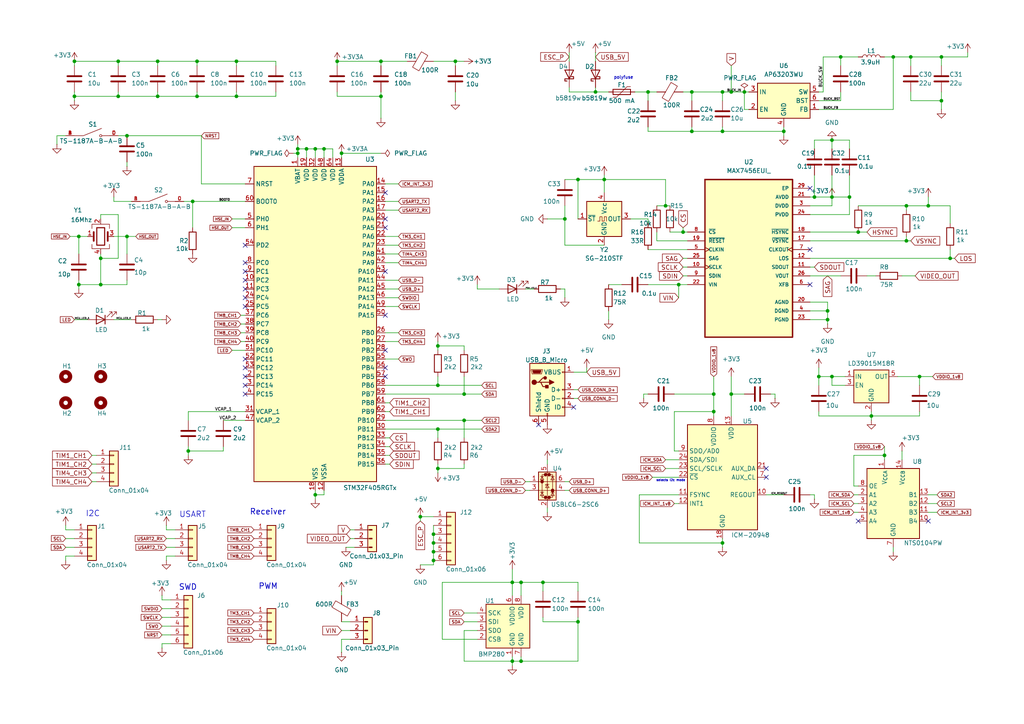
<source format=kicad_sch>
(kicad_sch (version 20250114) (generator "eeschema") (generator_version "9.0")
  (paper "A4")
  (text "PWM" (at 74.93 170.18 0) (effects (font (size 1.651 1.651) (thickness 0.2064)) (justify left)))
  (text "SWD" (at 51.816 170.434 0) (effects (font (size 1.651 1.651) (thickness 0.2064)) (justify left)))
  (text "selects i2c mode" (at 194.564 139.446 0) (effects (font (size 0.635 0.635))))
  (text "USART\n" (at 55.88 149.352 0) (effects (font (size 1.651 1.651))))
  (text "polyfuse" (at 180.848 22.606 0) (effects (font (size 0.889 0.889))))
  (text "Receiver\n" (at 72.39 148.59 0) (effects (font (size 1.651 1.651) (thickness 0.2064)) (justify left)))
  (text "I2C" (at 26.924 149.098 0) (effects (font (size 1.651 1.651))))
  (junction (at 151.13 168.91))
  (junction (at 264.16 16.51))
  (junction (at 243.84 16.51))
  (junction (at 275.59 74.93))
  (junction (at 68.58 17.78))
  (junction (at 212.09 114.3))
  (junction (at 57.15 27.94))
  (junction (at 172.72 26.67))
  (junction (at 34.29 17.78))
  (junction (at 259.08 16.51))
  (junction (at 132.08 17.78))
  (junction (at 148.59 168.91))
  (junction (at 22.86 82.55))
  (junction (at 212.09 26.67))
  (junction (at 21.59 17.78))
  (junction (at 88.9 43.18))
  (junction (at 236.22 57.15))
  (junction (at 207.01 114.3))
  (junction (at 125.73 154.94))
  (junction (at 215.9 26.67))
  (junction (at 148.59 191.77))
  (junction (at 227.33 38.1))
  (junction (at 241.3 109.22))
  (junction (at 240.03 92.71))
  (junction (at 262.89 69.85))
  (junction (at 110.49 17.78))
  (junction (at 45.72 27.94))
  (junction (at 209.55 26.67))
  (junction (at 22.86 68.58))
  (junction (at 209.55 38.1))
  (junction (at 256.54 132.08))
  (junction (at 125.73 162.56))
  (junction (at 167.64 180.34))
  (junction (at 68.58 27.94))
  (junction (at 55.88 58.42))
  (junction (at 134.62 114.3))
  (junction (at 127 135.89))
  (junction (at 45.72 17.78))
  (junction (at 91.44 43.18))
  (junction (at 273.05 16.51))
  (junction (at 54.61 130.81))
  (junction (at 57.15 17.78))
  (junction (at 248.92 67.31))
  (junction (at 198.12 67.31))
  (junction (at 125.73 157.48))
  (junction (at 187.96 26.67))
  (junction (at 237.49 109.22))
  (junction (at 86.36 43.18))
  (junction (at 200.66 38.1))
  (junction (at 110.49 27.94))
  (junction (at 93.98 43.18))
  (junction (at 269.24 59.69))
  (junction (at 36.83 39.37))
  (junction (at 246.38 57.15))
  (junction (at 193.04 59.69))
  (junction (at 34.29 27.94))
  (junction (at 21.59 27.94))
  (junction (at 175.26 52.07))
  (junction (at 127 111.76))
  (junction (at 127 100.33))
  (junction (at 207.01 119.38))
  (junction (at 252.73 120.65))
  (junction (at 163.83 63.5))
  (junction (at 29.21 74.93))
  (junction (at 127 124.46))
  (junction (at 134.62 121.92))
  (junction (at 29.21 82.55))
  (junction (at 209.55 157.48))
  (junction (at 97.79 17.78))
  (junction (at 151.13 191.77))
  (junction (at 121.92 149.86))
  (junction (at 200.66 26.67))
  (junction (at 241.3 57.15))
  (junction (at 99.06 44.45))
  (junction (at 167.64 52.07))
  (junction (at 240.03 90.17))
  (junction (at 266.7 109.22))
  (junction (at 125.73 160.02))
  (junction (at 196.85 82.55))
  (junction (at 241.3 40.64))
  (junction (at 273.05 29.21))
  (junction (at 86.36 44.45))
  (junction (at 157.48 168.91))
  (junction (at 262.89 59.69))
  (junction (at 36.83 68.58))
  (junction (at 91.44 143.51))
  (no_connect (at 71.12 71.12))
  (no_connect (at 111.76 109.22))
  (no_connect (at 222.25 138.43))
  (no_connect (at 71.12 83.82))
  (no_connect (at 71.12 106.68))
  (no_connect (at 111.76 63.5))
  (no_connect (at 71.12 86.36))
  (no_connect (at 71.12 78.74))
  (no_connect (at 71.12 81.28))
  (no_connect (at 111.76 78.74))
  (no_connect (at 234.95 72.39))
  (no_connect (at 234.95 82.55))
  (no_connect (at 269.24 151.13))
  (no_connect (at 71.12 76.2))
  (no_connect (at 111.76 101.6))
  (no_connect (at 111.76 91.44))
  (no_connect (at 71.12 104.14))
  (no_connect (at 71.12 88.9))
  (no_connect (at 156.21 123.19))
  (no_connect (at 222.25 135.89))
  (no_connect (at 71.12 109.22))
  (no_connect (at 71.12 111.76))
  (no_connect (at 166.37 118.11))
  (no_connect (at 111.76 66.04))
  (no_connect (at 71.12 114.3))
  (no_connect (at 111.76 106.68))
  (no_connect (at 234.95 54.61))
  (no_connect (at 248.92 151.13))
  (no_connect (at 111.76 55.88))
  (wire (pts (xy 86.36 44.45) (xy 86.36 45.72)))
  (wire (pts (xy 187.96 114.3) (xy 186.69 114.3)))
  (wire (pts (xy 163.83 142.24) (xy 165.1 142.24)))
  (wire (pts (xy 275.59 64.77) (xy 275.59 59.69)))
  (wire (pts (xy 236.22 50.8) (xy 236.22 57.15)))
  (wire (pts (xy 184.15 26.67) (xy 187.96 26.67)))
  (wire (pts (xy 134.62 109.22) (xy 134.62 114.3)))
  (wire (pts (xy 34.29 17.78) (xy 21.59 17.78)))
  (wire (pts (xy 128.27 185.42) (xy 128.27 168.91)))
  (wire (pts (xy 99.06 180.34) (xy 101.6 180.34)))
  (wire (pts (xy 187.96 29.21) (xy 187.96 26.67)))
  (wire (pts (xy 273.05 26.67) (xy 273.05 29.21)))
  (wire (pts (xy 234.95 69.85) (xy 262.89 69.85)))
  (wire (pts (xy 237.49 109.22) (xy 241.3 109.22)))
  (wire (pts (xy 170.18 107.95) (xy 166.37 107.95)))
  (wire (pts (xy 198.12 66.04) (xy 198.12 67.31)))
  (wire (pts (xy 262.89 69.85) (xy 264.16 69.85)))
  (wire (pts (xy 187.96 26.67) (xy 190.5 26.67)))
  (wire (pts (xy 163.83 139.7) (xy 165.1 139.7)))
  (wire (pts (xy 224.79 114.3) (xy 224.79 115.57)))
  (wire (pts (xy 19.05 152.4) (xy 19.05 153.67)))
  (wire (pts (xy 22.86 68.58) (xy 22.86 73.66)))
  (wire (pts (xy 46.99 179.07) (xy 49.53 179.07)))
  (wire (pts (xy 259.08 16.51) (xy 256.54 16.51)))
  (wire (pts (xy 260.35 109.22) (xy 266.7 109.22)))
  (wire (pts (xy 57.15 26.67) (xy 57.15 27.94)))
  (wire (pts (xy 96.52 45.72) (xy 96.52 43.18)))
  (wire (pts (xy 36.83 39.37) (xy 58.42 39.37)))
  (wire (pts (xy 91.44 43.18) (xy 91.44 45.72)))
  (wire (pts (xy 46.99 186.69) (xy 49.53 186.69)))
  (wire (pts (xy 243.84 16.51) (xy 243.84 19.05)))
  (wire (pts (xy 71.12 119.38) (xy 54.61 119.38)))
  (wire (pts (xy 256.54 132.08) (xy 256.54 133.35)))
  (wire (pts (xy 67.31 66.04) (xy 71.12 66.04)))
  (wire (pts (xy 148.59 168.91) (xy 151.13 168.91)))
  (wire (pts (xy 110.49 17.78) (xy 118.11 17.78)))
  (wire (pts (xy 167.64 52.07) (xy 175.26 52.07)))
  (wire (pts (xy 34.29 17.78) (xy 34.29 19.05)))
  (wire (pts (xy 167.64 180.34) (xy 167.64 191.77)))
  (wire (pts (xy 259.08 158.75) (xy 259.08 160.02)))
  (wire (pts (xy 19.05 162.56) (xy 19.05 161.29)))
  (wire (pts (xy 157.48 168.91) (xy 167.64 168.91)))
  (wire (pts (xy 86.36 41.91) (xy 86.36 43.18)))
  (wire (pts (xy 200.66 36.83) (xy 200.66 38.1)))
  (wire (pts (xy 134.62 135.89) (xy 134.62 134.62)))
  (wire (pts (xy 234.95 92.71) (xy 240.03 92.71)))
  (wire (pts (xy 269.24 57.15) (xy 269.24 59.69)))
  (wire (pts (xy 57.15 17.78) (xy 57.15 19.05)))
  (wire (pts (xy 238.76 26.67) (xy 237.49 26.67)))
  (wire (pts (xy 207.01 119.38) (xy 207.01 120.65)))
  (wire (pts (xy 246.38 43.18) (xy 246.38 40.64)))
  (wire (pts (xy 266.7 120.65) (xy 252.73 120.65)))
  (wire (pts (xy 134.62 180.34) (xy 138.43 180.34)))
  (wire (pts (xy 48.26 153.67) (xy 50.8 153.67)))
  (wire (pts (xy 212.09 114.3) (xy 215.9 114.3)))
  (wire (pts (xy 264.16 16.51) (xy 264.16 19.05)))
  (wire (pts (xy 36.83 68.58) (xy 36.83 73.66)))
  (wire (pts (xy 167.64 179.07) (xy 167.64 180.34)))
  (wire (pts (xy 115.57 53.34) (xy 111.76 53.34)))
  (wire (pts (xy 22.86 82.55) (xy 22.86 83.82)))
  (wire (pts (xy 243.84 29.21) (xy 237.49 29.21)))
  (wire (pts (xy 157.48 180.34) (xy 157.48 179.07)))
  (wire (pts (xy 163.83 59.69) (xy 163.83 63.5)))
  (wire (pts (xy 33.02 92.71) (xy 38.1 92.71)))
  (wire (pts (xy 273.05 16.51) (xy 264.16 16.51)))
  (wire (pts (xy 127 111.76) (xy 139.7 111.76)))
  (wire (pts (xy 234.95 80.01) (xy 243.84 80.01)))
  (wire (pts (xy 247.65 132.08) (xy 256.54 132.08)))
  (wire (pts (xy 237.49 120.65) (xy 252.73 120.65)))
  (wire (pts (xy 185.42 143.51) (xy 196.85 143.51)))
  (wire (pts (xy 152.4 139.7) (xy 153.67 139.7)))
  (wire (pts (xy 187.96 38.1) (xy 200.66 38.1)))
  (wire (pts (xy 138.43 185.42) (xy 128.27 185.42)))
  (wire (pts (xy 121.92 149.86) (xy 125.73 149.86)))
  (wire (pts (xy 67.31 63.5) (xy 71.12 63.5)))
  (wire (pts (xy 111.76 124.46) (xy 127 124.46)))
  (wire (pts (xy 125.73 162.56) (xy 125.73 163.83)))
  (wire (pts (xy 69.85 91.44) (xy 71.12 91.44)))
  (wire (pts (xy 48.26 158.75) (xy 50.8 158.75)))
  (wire (pts (xy 163.83 83.82) (xy 162.56 83.82)))
  (wire (pts (xy 176.53 82.55) (xy 180.34 82.55)))
  (wire (pts (xy 55.88 58.42) (xy 71.12 58.42)))
  (wire (pts (xy 45.72 17.78) (xy 34.29 17.78)))
  (wire (pts (xy 111.76 127) (xy 113.03 127)))
  (wire (pts (xy 111.76 96.52) (xy 115.57 96.52)))
  (wire (pts (xy 269.24 148.59) (xy 271.78 148.59)))
  (wire (pts (xy 69.85 99.06) (xy 71.12 99.06)))
  (wire (pts (xy 240.03 92.71) (xy 240.03 93.98)))
  (wire (pts (xy 80.01 26.67) (xy 80.01 27.94)))
  (wire (pts (xy 151.13 168.91) (xy 157.48 168.91)))
  (wire (pts (xy 16.51 39.37) (xy 16.51 41.91)))
  (wire (pts (xy 193.04 133.35) (xy 196.85 133.35)))
  (wire (pts (xy 190.5 59.69) (xy 193.04 59.69)))
  (wire (pts (xy 22.86 68.58) (xy 25.4 68.58)))
  (wire (pts (xy 99.06 171.45) (xy 99.06 172.72)))
  (wire (pts (xy 148.59 191.77) (xy 148.59 193.04)))
  (wire (pts (xy 54.61 119.38) (xy 54.61 121.92)))
  (wire (pts (xy 262.89 59.69) (xy 262.89 60.96)))
  (wire (pts (xy 134.62 177.8) (xy 138.43 177.8)))
  (wire (pts (xy 101.6 156.21) (xy 102.87 156.21)))
  (wire (pts (xy 134.62 121.92) (xy 139.7 121.92)))
  (wire (pts (xy 125.73 163.83) (xy 121.92 163.83)))
  (wire (pts (xy 69.85 93.98) (xy 71.12 93.98)))
  (wire (pts (xy 58.42 53.34) (xy 71.12 53.34)))
  (wire (pts (xy 21.59 27.94) (xy 34.29 27.94)))
  (wire (pts (xy 152.4 83.82) (xy 154.94 83.82)))
  (wire (pts (xy 97.79 17.78) (xy 97.79 19.05)))
  (wire (pts (xy 252.73 121.92) (xy 252.73 120.65)))
  (wire (pts (xy 34.29 26.67) (xy 34.29 27.94)))
  (wire (pts (xy 215.9 26.67) (xy 215.9 31.75)))
  (wire (pts (xy 99.06 185.42) (xy 99.06 189.23)))
  (wire (pts (xy 236.22 77.47) (xy 234.95 77.47)))
  (wire (pts (xy 111.76 134.62) (xy 113.03 134.62)))
  (wire (pts (xy 209.55 156.21) (xy 209.55 157.48)))
  (wire (pts (xy 48.26 152.4) (xy 48.26 153.67)))
  (wire (pts (xy 53.34 58.42) (xy 55.88 58.42)))
  (wire (pts (xy 266.7 109.22) (xy 266.7 111.76)))
  (wire (pts (xy 266.7 109.22) (xy 270.51 109.22)))
  (wire (pts (xy 29.21 74.93) (xy 29.21 73.66)))
  (wire (pts (xy 111.76 99.06) (xy 115.57 99.06)))
  (wire (pts (xy 238.76 16.51) (xy 238.76 26.67)))
  (wire (pts (xy 46.99 172.72) (xy 46.99 173.99)))
  (wire (pts (xy 241.3 40.64) (xy 246.38 40.64)))
  (wire (pts (xy 175.26 52.07) (xy 175.26 50.8)))
  (wire (pts (xy 280.67 15.24) (xy 280.67 16.51)))
  (wire (pts (xy 200.66 29.21) (xy 200.66 26.67)))
  (wire (pts (xy 243.84 16.51) (xy 238.76 16.51)))
  (wire (pts (xy 186.69 114.3) (xy 186.69 115.57)))
  (wire (pts (xy 248.92 59.69) (xy 262.89 59.69)))
  (wire (pts (xy 236.22 43.18) (xy 236.22 40.64)))
  (wire (pts (xy 101.6 185.42) (xy 99.06 185.42)))
  (wire (pts (xy 247.65 148.59) (xy 248.92 148.59)))
  (wire (pts (xy 148.59 165.1) (xy 148.59 168.91)))
  (wire (pts (xy 127 135.89) (xy 134.62 135.89)))
  (wire (pts (xy 187.96 82.55) (xy 196.85 82.55)))
  (wire (pts (xy 248.92 140.97) (xy 247.65 140.97)))
  (wire (pts (xy 97.79 27.94) (xy 110.49 27.94)))
  (wire (pts (xy 113.03 119.38) (xy 111.76 119.38)))
  (wire (pts (xy 243.84 26.67) (xy 243.84 29.21)))
  (wire (pts (xy 85.09 44.45) (xy 86.36 44.45)))
  (wire (pts (xy 215.9 26.67) (xy 217.17 26.67)))
  (wire (pts (xy 240.03 87.63) (xy 240.03 90.17)))
  (wire (pts (xy 196.85 82.55) (xy 199.39 82.55)))
  (wire (pts (xy 115.57 73.66) (xy 111.76 73.66)))
  (wire (pts (xy 212.09 114.3) (xy 212.09 120.65)))
  (wire (pts (xy 125.73 17.78) (xy 132.08 17.78)))
  (wire (pts (xy 209.55 26.67) (xy 212.09 26.67)))
  (wire (pts (xy 125.73 154.94) (xy 125.73 157.48)))
  (wire (pts (xy 266.7 119.38) (xy 266.7 120.65)))
  (wire (pts (xy 234.95 90.17) (xy 240.03 90.17)))
  (wire (pts (xy 158.75 63.5) (xy 163.83 63.5)))
  (wire (pts (xy 172.72 15.24) (xy 172.72 17.78)))
  (wire (pts (xy 246.38 62.23) (xy 234.95 62.23)))
  (wire (pts (xy 132.08 17.78) (xy 132.08 19.05)))
  (wire (pts (xy 148.59 190.5) (xy 148.59 191.77)))
  (wire (pts (xy 194.31 67.31) (xy 198.12 67.31)))
  (wire (pts (xy 36.83 82.55) (xy 36.83 81.28)))
  (wire (pts (xy 251.46 80.01) (xy 254 80.01)))
  (wire (pts (xy 275.59 74.93) (xy 276.86 74.93)))
  (wire (pts (xy 240.03 90.17) (xy 240.03 92.71)))
  (wire (pts (xy 111.76 104.14) (xy 115.57 104.14)))
  (wire (pts (xy 111.76 71.12) (xy 115.57 71.12)))
  (wire (pts (xy 19.05 153.67) (xy 21.59 153.67)))
  (wire (pts (xy 212.09 26.67) (xy 215.9 26.67)))
  (wire (pts (xy 237.49 31.75) (xy 259.08 31.75)))
  (wire (pts (xy 26.67 137.16) (xy 27.94 137.16)))
  (wire (pts (xy 175.26 52.07) (xy 175.26 55.88)))
  (wire (pts (xy 127 99.06) (xy 127 100.33)))
  (wire (pts (xy 273.05 29.21) (xy 273.05 31.75)))
  (wire (pts (xy 269.24 146.05) (xy 271.78 146.05)))
  (wire (pts (xy 80.01 17.78) (xy 80.01 19.05)))
  (wire (pts (xy 26.67 132.08) (xy 27.94 132.08)))
  (wire (pts (xy 111.76 132.08) (xy 113.03 132.08)))
  (wire (pts (xy 148.59 168.91) (xy 148.59 172.72)))
  (wire (pts (xy 163.83 86.36) (xy 163.83 83.82)))
  (wire (pts (xy 29.21 62.23) (xy 29.21 63.5)))
  (wire (pts (xy 236.22 143.51) (xy 234.95 143.51)))
  (wire (pts (xy 34.29 62.23) (xy 34.29 74.93)))
  (wire (pts (xy 187.96 36.83) (xy 187.96 38.1)))
  (wire (pts (xy 68.58 17.78) (xy 68.58 19.05)))
  (wire (pts (xy 246.38 50.8) (xy 246.38 57.15)))
  (wire (pts (xy 26.67 139.7) (xy 27.94 139.7)))
  (wire (pts (xy 222.25 143.51) (xy 227.33 143.51)))
  (wire (pts (xy 111.76 83.82) (xy 115.57 83.82)))
  (wire (pts (xy 234.95 59.69) (xy 241.3 59.69)))
  (wire (pts (xy 167.64 52.07) (xy 167.64 63.5)))
  (wire (pts (xy 45.72 17.78) (xy 57.15 17.78)))
  (wire (pts (xy 187.96 63.5) (xy 187.96 64.77)))
  (wire (pts (xy 45.72 26.67) (xy 45.72 27.94)))
  (wire (pts (xy 33.02 58.42) (xy 38.1 58.42)))
  (wire (pts (xy 237.49 119.38) (xy 237.49 120.65)))
  (wire (pts (xy 163.83 71.12) (xy 175.26 71.12)))
  (wire (pts (xy 237.49 106.68) (xy 237.49 109.22)))
  (wire (pts (xy 264.16 29.21) (xy 273.05 29.21)))
  (wire (pts (xy 264.16 16.51) (xy 259.08 16.51)))
  (wire (pts (xy 241.3 57.15) (xy 241.3 59.69)))
  (wire (pts (xy 196.85 82.55) (xy 196.85 86.36)))
  (wire (pts (xy 245.11 111.76) (xy 241.3 111.76)))
  (wire (pts (xy 163.83 52.07) (xy 167.64 52.07)))
  (wire (pts (xy 21.59 26.67) (xy 21.59 27.94)))
  (wire (pts (xy 157.48 180.34) (xy 167.64 180.34)))
  (wire (pts (xy 127 124.46) (xy 139.7 124.46)))
  (wire (pts (xy 34.29 27.94) (xy 45.72 27.94)))
  (wire (pts (xy 93.98 43.18) (xy 91.44 43.18)))
  (wire (pts (xy 195.58 119.38) (xy 207.01 119.38)))
  (wire (pts (xy 46.99 181.61) (xy 49.53 181.61)))
  (wire (pts (xy 16.51 39.37) (xy 19.05 39.37)))
  (wire (pts (xy 110.49 27.94) (xy 110.49 34.29)))
  (wire (pts (xy 68.58 17.78) (xy 80.01 17.78)))
  (wire (pts (xy 158.75 147.32) (xy 158.75 148.59)))
  (wire (pts (xy 22.86 81.28) (xy 22.86 82.55)))
  (wire (pts (xy 163.83 71.12) (xy 163.83 63.5)))
  (wire (pts (xy 93.98 43.18) (xy 93.98 45.72)))
  (wire (pts (xy 151.13 168.91) (xy 151.13 172.72)))
  (wire (pts (xy 190.5 67.31) (xy 190.5 69.85)))
  (wire (pts (xy 193.04 135.89) (xy 196.85 135.89)))
  (wire (pts (xy 189.23 138.43) (xy 196.85 138.43)))
  (wire (pts (xy 91.44 142.24) (xy 91.44 143.51)))
  (wire (pts (xy 200.66 26.67) (xy 209.55 26.67)))
  (wire (pts (xy 93.98 143.51) (xy 93.98 142.24)))
  (wire (pts (xy 132.08 26.67) (xy 132.08 29.21)))
  (wire (pts (xy 246.38 57.15) (xy 246.38 62.23)))
  (wire (pts (xy 152.4 142.24) (xy 153.67 142.24)))
  (wire (pts (xy 127 137.16) (xy 127 135.89)))
  (wire (pts (xy 33.02 68.58) (xy 36.83 68.58)))
  (wire (pts (xy 26.67 134.62) (xy 27.94 134.62)))
  (wire (pts (xy 198.12 80.01) (xy 199.39 80.01)))
  (wire (pts (xy 247.65 143.51) (xy 248.92 143.51)))
  (wire (pts (xy 55.88 66.04) (xy 55.88 58.42)))
  (wire (pts (xy 54.61 130.81) (xy 64.77 130.81)))
  (wire (pts (xy 36.83 46.99) (xy 36.83 48.26)))
  (wire (pts (xy 91.44 143.51) (xy 93.98 143.51)))
  (wire (pts (xy 134.62 114.3) (xy 139.7 114.3)))
  (wire (pts (xy 20.32 68.58) (xy 22.86 68.58)))
  (wire (pts (xy 193.04 59.69) (xy 193.04 52.07)))
  (wire (pts (xy 234.95 87.63) (xy 240.03 87.63)))
  (wire (pts (xy 111.76 60.96) (xy 115.57 60.96)))
  (wire (pts (xy 236.22 144.78) (xy 236.22 143.51)))
  (wire (pts (xy 167.64 168.91) (xy 167.64 171.45)))
  (wire (pts (xy 111.76 58.42) (xy 115.57 58.42)))
  (wire (pts (xy 248.92 67.31) (xy 251.46 67.31)))
  (wire (pts (xy 128.27 168.91) (xy 148.59 168.91)))
  (wire (pts (xy 99.06 182.88) (xy 101.6 182.88)))
  (wire (pts (xy 237.49 109.22) (xy 237.49 111.76)))
  (wire (pts (xy 198.12 77.47) (xy 199.39 77.47)))
  (wire (pts (xy 241.3 50.8) (xy 241.3 57.15)))
  (wire (pts (xy 134.62 182.88) (xy 134.62 191.77)))
  (wire (pts (xy 19.05 156.21) (xy 21.59 156.21)))
  (wire (pts (xy 22.86 82.55) (xy 29.21 82.55)))
  (wire (pts (xy 134.62 191.77) (xy 148.59 191.77)))
  (wire (pts (xy 36.83 39.37) (xy 34.29 39.37)))
  (wire (pts (xy 115.57 76.2) (xy 111.76 76.2)))
  (wire (pts (xy 269.24 143.51) (xy 271.78 143.51)))
  (wire (pts (xy 212.09 109.22) (xy 212.09 114.3)))
  (wire (pts (xy 110.49 26.67) (xy 110.49 27.94)))
  (wire (pts (xy 97.79 17.78) (xy 110.49 17.78)))
  (wire (pts (xy 96.52 43.18) (xy 93.98 43.18)))
  (wire (pts (xy 241.3 111.76) (xy 241.3 109.22)))
  (wire (pts (xy 252.73 119.38) (xy 252.73 120.65)))
  (wire (pts (xy 21.59 27.94) (xy 21.59 29.21)))
  (wire (pts (xy 198.12 26.67) (xy 200.66 26.67)))
  (wire (pts (xy 111.76 129.54) (xy 113.03 129.54)))
  (wire (pts (xy 209.55 38.1) (xy 227.33 38.1)))
  (wire (pts (xy 111.76 111.76) (xy 127 111.76)))
  (wire (pts (xy 58.42 39.37) (xy 58.42 53.34)))
  (wire (pts (xy 134.62 127) (xy 134.62 121.92)))
  (wire (pts (xy 223.52 114.3) (xy 224.79 114.3)))
  (wire (pts (xy 100.33 158.75) (xy 102.87 158.75)))
  (wire (pts (xy 138.43 82.55) (xy 138.43 83.82)))
  (wire (pts (xy 158.75 133.35) (xy 158.75 134.62)))
  (wire (pts (xy 101.6 153.67) (xy 102.87 153.67)))
  (wire (pts (xy 113.03 116.84) (xy 111.76 116.84)))
  (wire (pts (xy 269.24 59.69) (xy 275.59 59.69)))
  (wire (pts (xy 247.65 140.97) (xy 247.65 132.08)))
  (wire (pts (xy 234.95 67.31) (xy 248.92 67.31)))
  (wire (pts (xy 187.96 63.5) (xy 182.88 63.5)))
  (wire (pts (xy 48.26 161.29) (xy 50.8 161.29)))
  (wire (pts (xy 29.21 82.55) (xy 36.83 82.55)))
  (wire (pts (xy 54.61 130.81) (xy 54.61 132.08)))
  (wire (pts (xy 91.44 43.18) (xy 88.9 43.18)))
  (wire (pts (xy 54.61 129.54) (xy 54.61 130.81)))
  (wire (pts (xy 86.36 43.18) (xy 86.36 44.45)))
  (wire (pts (xy 57.15 17.78) (xy 68.58 17.78)))
  (wire (pts (xy 97.79 26.67) (xy 97.79 27.94)))
  (wire (pts (xy 125.73 152.4) (xy 125.73 154.94)))
  (wire (pts (xy 172.72 25.4) (xy 172.72 26.67)))
  (wire (pts (xy 280.67 16.51) (xy 273.05 16.51)))
  (wire (pts (xy 165.1 25.4) (xy 165.1 26.67)))
  (wire (pts (xy 207.01 114.3) (xy 207.01 119.38)))
  (wire (pts (xy 88.9 43.18) (xy 88.9 45.72)))
  (wire (pts (xy 132.08 17.78) (xy 134.62 17.78)))
  (wire (pts (xy 46.99 176.53) (xy 49.53 176.53)))
  (wire (pts (xy 111.76 121.92) (xy 134.62 121.92)))
  (wire (pts (xy 196.85 130.81) (xy 195.58 130.81)))
  (wire (pts (xy 127 127) (xy 127 124.46)))
  (wire (pts (xy 157.48 168.91) (xy 157.48 171.45)))
  (wire (pts (xy 134.62 100.33) (xy 134.62 101.6)))
  (wire (pts (xy 217.17 31.75) (xy 215.9 31.75)))
  (wire (pts (xy 127 100.33) (xy 127 101.6)))
  (wire (pts (xy 247.65 146.05) (xy 248.92 146.05)))
  (wire (pts (xy 165.1 26.67) (xy 172.72 26.67)))
  (wire (pts (xy 99.06 44.45) (xy 110.49 44.45)))
  (wire (pts (xy 227.33 39.37) (xy 227.33 38.1)))
  (wire (pts (xy 262.89 69.85) (xy 262.89 68.58)))
  (wire (pts (xy 234.95 74.93) (xy 275.59 74.93)))
  (wire (pts (xy 127 135.89) (xy 127 134.62)))
  (wire (pts (xy 29.21 62.23) (xy 34.29 62.23)))
  (wire (pts (xy 33.02 57.15) (xy 33.02 58.42)))
  (wire (pts (xy 236.22 57.15) (xy 234.95 57.15)))
  (wire (pts (xy 209.55 157.48) (xy 209.55 158.75)))
  (wire (pts (xy 125.73 160.02) (xy 125.73 162.56)))
  (wire (pts (xy 236.22 57.15) (xy 241.3 57.15)))
  (wire (pts (xy 236.22 40.64) (xy 241.3 40.64)))
  (wire (pts (xy 172.72 26.67) (xy 176.53 26.67)))
  (wire (pts (xy 259.08 31.75) (xy 259.08 16.51)))
  (wire (pts (xy 19.05 158.75) (xy 21.59 158.75)))
  (wire (pts (xy 148.59 191.77) (xy 151.13 191.77)))
  (wire (pts (xy 69.85 96.52) (xy 71.12 96.52)))
  (wire (pts (xy 19.05 161.29) (xy 21.59 161.29)))
  (wire (pts (xy 151.13 191.77) (xy 167.64 191.77)))
  (wire (pts (xy 151.13 190.5) (xy 151.13 191.77)))
  (wire (pts (xy 121.92 151.13) (xy 121.92 149.86)))
  (wire (pts (xy 45.72 27.94) (xy 57.15 27.94)))
  (wire (pts (xy 227.33 36.83) (xy 227.33 38.1)))
  (wire (pts (xy 111.76 88.9) (xy 115.57 88.9)))
  (wire (pts (xy 111.76 86.36) (xy 115.57 86.36)))
  (wire (pts (xy 241.3 57.15) (xy 246.38 57.15)))
  (wire (pts (xy 46.99 187.96) (xy 46.99 186.69)))
  (wire (pts (xy 21.59 92.71) (xy 25.4 92.71)))
  (wire (pts (xy 261.62 130.81) (xy 261.62 133.35)))
  (wire (pts (xy 57.15 27.94) (xy 68.58 27.94)))
  (wire (pts (xy 212.09 19.05) (xy 212.09 26.67)))
  (wire (pts (xy 21.59 19.05) (xy 21.59 17.78)))
  (wire (pts (xy 45.72 92.71) (xy 46.99 92.71)))
  (wire (pts (xy 264.16 26.67) (xy 264.16 29.21)))
  (wire (pts (xy 99.06 44.45) (xy 99.06 45.72)))
  (wire (pts (xy 207.01 109.22) (xy 207.01 114.3)))
  (wire (pts (xy 198.12 67.31) (xy 199.39 67.31)))
  (wire (pts (xy 187.96 72.39) (xy 199.39 72.39)))
  (wire (pts (xy 176.53 90.17) (xy 176.53 92.71)))
  (wire (pts (xy 111.76 81.28) (xy 115.57 81.28)))
  (wire (pts (xy 198.12 74.93) (xy 199.39 74.93)))
  (wire (pts (xy 138.43 83.82) (xy 144.78 83.82)))
  (wire (pts (xy 209.55 26.67) (xy 209.55 29.21)))
  (wire (pts (xy 88.9 43.18) (xy 86.36 43.18)))
  (wire (pts (xy 91.44 143.51) (xy 91.44 144.78)))
  (wire (pts (xy 138.43 182.88) (xy 134.62 182.88)))
  (wire (pts (xy 170.18 106.68) (xy 170.18 107.95)))
  (wire (pts (xy 111.76 114.3) (xy 134.62 114.3)))
  (wire (pts (xy 29.21 74.93) (xy 29.21 82.55)))
  (wire (pts (xy 166.37 113.03) (xy 167.64 113.03)))
  (wire (pts (xy 209.55 38.1) (xy 209.55 36.83)))
  (wire (pts (xy 241.3 40.64) (xy 241.3 43.18)))
  (wire (pts (xy 195.58 130.81) (xy 195.58 119.38)))
  (wire (pts (xy 68.58 27.94) (xy 80.01 27.94)))
  (wire (pts (xy 48.26 156.21) (xy 50.8 156.21)))
  (wire (pts (xy 195.58 146.05) (xy 196.85 146.05)))
  (wire (pts (xy 34.29 74.93) (xy 29.21 74.93)))
  (wire (pts (xy 273.05 16.51) (xy 273.05 19.05)))
  (wire (pts (xy 275.59 72.39) (xy 275.59 74.93)))
  (wire (pts (xy 195.58 114.3) (xy 207.01 114.3)))
  (wire (pts (xy 46.99 173.99) (xy 49.53 173.99)))
  (wire (pts (xy 256.54 129.54) (xy 256.54 132.08)))
  (wire (pts (xy 175.26 52.07) (xy 193.04 52.07)))
  (wire (pts (xy 67.31 101.6) (xy 71.12 101.6)))
  (wire (pts (xy 125.73 157.48) (xy 125.73 160.02)))
  (wire (pts (xy 193.04 59.69) (xy 194.31 59.69)))
  (wire (pts (xy 46.99 184.15) (xy 49.53 184.15)))
  (wire (pts (xy 111.76 68.58) (xy 115.57 68.58)))
  (wire (pts (xy 241.3 109.22) (xy 245.11 109.22)))
  (wire (pts (xy 64.77 121.92) (xy 71.12 121.92)))
  (wire (pts (xy 248.92 16.51) (xy 243.84 16.51)))
  (wire (pts (xy 166.37 115.57) (xy 167.64 115.57)))
  (wire (pts (xy 127 100.33) (xy 134.62 100.33)))
  (wire (pts (xy 127 109.22) (xy 127 111.76)))
  (wire (pts (xy 200.66 38.1) (xy 209.55 38.1)))
  (wire (pts (xy 185.42 143.51) (xy 185.42 157.48)))
  (wire (pts (xy 165.1 15.24) (xy 165.1 17.78)))
  (wire (pts (xy 190.5 69.85) (xy 199.39 69.85)))
  (wire (pts (xy 68.58 26.67) (xy 68.58 27.94)))
  (wire (pts (xy 45.72 17.78) (xy 45.72 19.05)))
  (wire (pts (xy 262.89 59.69) (xy 269.24 59.69)))
  (wire (pts (xy 48.26 162.56) (xy 48.26 161.29)))
  (wire (pts (xy 261.62 80.01) (xy 265.43 80.01)))
  (wire (pts (xy 185.42 157.48) (xy 209.55 157.48)))
  (wire (pts (xy 64.77 130.81) (xy 64.77 129.54)))
  (wire (pts (xy 36.83 68.58) (xy 39.37 68.58)))
  (wire (pts (xy 110.49 17.78) (xy 110.49 19.05)))
  (label "ICM_REGOUT" (at 223.52 143.51 0) (effects (font (size 0.508 0.508) (italic yes))))
  (label "BUCK_FB" (at 238.76 31.75 0) (effects (font (size 0.635 0.635))))
  (label "POW_LED_K" (at 152.4 83.82 0) (effects (font (size 0.381 0.381))))
  (label "MCU_LED_K" (at 38.1 92.71 180) (effects (font (size 0.508 0.508))))
  (label "VCAP_2" (at 68.58 121.92 180) (effects (font (size 0.889 0.889))))
  (label "BUCK_BST" (at 238.76 29.21 0) (effects (font (size 0.635 0.635))))
  (label "MCU_LED_A" (at 21.59 92.71 0) (effects (font (size 0.508 0.508))))
  (label "BUCK_IN" (at 210.82 26.67 0) (effects (font (size 0.635 0.635))))
  (label "BOOT0" (at 63.5 58.42 0) (effects (font (size 0.635 0.635))))
  (label "BUCK_SW" (at 238.76 25.4 90) (effects (font (size 0.889 0.889))))
  (label "VCAP_1" (at 67.31 119.38 180) (effects (font (size 0.889 0.889))))
  (global_label "USART2_RX" (shape input) (at 48.26 156.21 180) (effects (font (size 0.889 0.889))) (property "Intersheetrefs" "${INTERSHEET_REFS}" (effects (hide yes))))
  (global_label "TIM4_CH3" (shape input) (at 115.57 73.66 0) (effects (font (size 0.889 0.889))) (property "Intersheetrefs" "${INTERSHEET_REFS}" (effects (hide yes))))
  (global_label "CS" (shape input) (at 198.12 66.04 90) (property "Intersheetrefs" "${INTERSHEET_REFS}" (effects (hide yes))))
  (global_label "SCL2" (shape input) (at 271.78 146.05 0) (effects (font (size 0.889 0.889))) (property "Intersheetrefs" "${INTERSHEET_REFS}" (effects (hide yes))))
  (global_label "USB_CONN_D-" (shape input) (at 152.4 142.24 180) (effects (font (size 0.889 0.889))) (property "Intersheetrefs" "${INTERSHEET_REFS}" (effects (hide yes))))
  (global_label "ICM_SCL" (shape input) (at 247.65 146.05 180) (effects (font (size 0.889 0.889))) (property "Intersheetrefs" "${INTERSHEET_REFS}" (effects (hide yes))))
  (global_label "SCL" (shape input) (at 139.7 111.76 0) (effects (font (size 0.889 0.889))) (property "Intersheetrefs" "${INTERSHEET_REFS}" (effects (hide yes))))
  (global_label "HSE_IN" (shape input) (at 67.31 63.5 180) (effects (font (size 0.762 0.762))) (property "Intersheetrefs" "${INTERSHEET_REFS}" (effects (hide yes))))
  (global_label "VDDIO_1v8" (shape input) (at 270.51 109.22 0) (effects (font (size 0.889 0.889))) (property "Intersheetrefs" "${INTERSHEET_REFS}" (effects (hide yes))))
  (global_label "USB_D+" (shape input) (at 165.1 139.7 0) (effects (font (size 0.889 0.889))) (property "Intersheetrefs" "${INTERSHEET_REFS}" (effects (hide yes))))
  (global_label "SCLK" (shape input) (at 198.12 77.47 180) (property "Intersheetrefs" "${INTERSHEET_REFS}" (effects (hide yes))))
  (global_label "ESC_P" (shape input) (at 165.1 16.51 180) (property "Intersheetrefs" "${INTERSHEET_REFS}" (effects (hide yes))))
  (global_label "TIM1_CH1" (shape input) (at 26.67 132.08 180) (property "Intersheetrefs" "${INTERSHEET_REFS}" (effects (hide yes))))
  (global_label "HSE_OUT" (shape input) (at 67.31 66.04 180) (effects (font (size 0.762 0.762))) (property "Intersheetrefs" "${INTERSHEET_REFS}" (effects (hide yes))))
  (global_label "USART2_RX" (shape input) (at 115.57 60.96 0) (effects (font (size 0.889 0.889))) (property "Intersheetrefs" "${INTERSHEET_REFS}" (effects (hide yes))))
  (global_label "VDDIO_1v8" (shape input) (at 189.23 138.43 180) (effects (font (size 0.889 0.889))) (property "Intersheetrefs" "${INTERSHEET_REFS}" (effects (hide yes))))
  (global_label "CS" (shape input) (at 113.03 127 0) (property "Intersheetrefs" "${INTERSHEET_REFS}" (effects (hide yes))))
  (global_label "USB_CONN_D+" (shape input) (at 167.64 113.03 0) (effects (font (size 0.889 0.889))) (property "Intersheetrefs" "${INTERSHEET_REFS}" (effects (hide yes))))
  (global_label "ESC_P" (shape input) (at 121.92 151.13 270) (property "Intersheetrefs" "${INTERSHEET_REFS}" (effects (hide yes))))
  (global_label "USB_CONN_D+" (shape input) (at 165.1 142.24 0) (effects (font (size 0.889 0.889))) (property "Intersheetrefs" "${INTERSHEET_REFS}" (effects (hide yes))))
  (global_label "VIDEO_OUT" (shape input) (at 101.6 156.21 180) (property "Intersheetrefs" "${INTERSHEET_REFS}" (effects (hide yes))))
  (global_label "NRST" (shape input) (at 46.99 184.15 180) (effects (font (size 0.889 0.889))) (property "Intersheetrefs" "${INTERSHEET_REFS}" (effects (hide yes))))
  (global_label "VSYNC" (shape input) (at 264.16 69.85 0) (property "Intersheetrefs" "${INTERSHEET_REFS}" (effects (hide yes))))
  (global_label "SWDIO" (shape input) (at 46.99 176.53 180) (effects (font (size 0.889 0.889))) (property "Intersheetrefs" "${INTERSHEET_REFS}" (effects (hide yes))))
  (global_label "SAG" (shape input) (at 240.03 80.01 270) (property "Intersheetrefs" "${INTERSHEET_REFS}" (effects (hide yes))))
  (global_label "TM3_CH4" (shape input) (at 73.66 185.42 180) (effects (font (size 0.889 0.889))) (property "Intersheetrefs" "${INTERSHEET_REFS}" (effects (hide yes))))
  (global_label "SDA" (shape input) (at 139.7 114.3 0) (effects (font (size 0.889 0.889))) (property "Intersheetrefs" "${INTERSHEET_REFS}" (effects (hide yes))))
  (global_label "SCL" (shape input) (at 134.62 177.8 180) (effects (font (size 0.889 0.889))) (property "Intersheetrefs" "${INTERSHEET_REFS}" (effects (hide yes))))
  (global_label "LED" (shape input) (at 21.59 92.71 180) (effects (font (size 0.889 0.889))) (property "Intersheetrefs" "${INTERSHEET_REFS}" (effects (hide yes))))
  (global_label "TIM1_CH1" (shape input) (at 113.03 119.38 0) (property "Intersheetrefs" "${INTERSHEET_REFS}" (effects (hide yes))))
  (global_label "ICM_INT_3v3" (shape input) (at 271.78 148.59 0) (effects (font (size 0.889 0.889))) (property "Intersheetrefs" "${INTERSHEET_REFS}" (effects (hide yes))))
  (global_label "VIN" (shape input) (at 196.85 86.36 180) (property "Intersheetrefs" "${INTERSHEET_REFS}" (effects (hide yes))))
  (global_label "USB_D-" (shape input) (at 152.4 139.7 180) (effects (font (size 0.889 0.889))) (property "Intersheetrefs" "${INTERSHEET_REFS}" (effects (hide yes))))
  (global_label "USB_D+" (shape input) (at 115.57 83.82 0) (effects (font (size 0.889 0.889))) (property "Intersheetrefs" "${INTERSHEET_REFS}" (effects (hide yes))))
  (global_label "HSYNC" (shape input) (at 251.46 67.31 0) (property "Intersheetrefs" "${INTERSHEET_REFS}" (effects (hide yes))))
  (global_label "SDA2" (shape input) (at 139.7 124.46 0) (effects (font (size 0.889 0.889))) (property "Intersheetrefs" "${INTERSHEET_REFS}" (effects (hide yes))))
  (global_label "TM8_CH4" (shape input) (at 69.85 99.06 180) (effects (font (size 0.889 0.889))) (property "Intersheetrefs" "${INTERSHEET_REFS}" (effects (hide yes))))
  (global_label "TIM1_CH2" (shape input) (at 113.03 116.84 0) (property "Intersheetrefs" "${INTERSHEET_REFS}" (effects (hide yes))))
  (global_label "TIM4_CH3" (shape input) (at 26.67 137.16 180) (property "Intersheetrefs" "${INTERSHEET_REFS}" (effects (hide yes))))
  (global_label "USB_5V" (shape input) (at 170.18 107.95 0) (property "Intersheetrefs" "${INTERSHEET_REFS}" (effects (hide yes))))
  (global_label "TM8_CH3" (shape input) (at 73.66 158.75 180) (effects (font (size 0.889 0.889))) (property "Intersheetrefs" "${INTERSHEET_REFS}" (effects (hide yes))))
  (global_label "SDIN" (shape input) (at 198.12 80.01 180) (property "Intersheetrefs" "${INTERSHEET_REFS}" (effects (hide yes))))
  (global_label "SDA2" (shape input) (at 271.78 143.51 0) (effects (font (size 0.889 0.889))) (property "Intersheetrefs" "${INTERSHEET_REFS}" (effects (hide yes))))
  (global_label "ICM_INT_1v8" (shape input) (at 247.65 148.59 180) (effects (font (size 0.889 0.889))) (property "Intersheetrefs" "${INTERSHEET_REFS}" (effects (hide yes))))
  (global_label "LED" (shape input) (at 67.31 101.6 180) (effects (font (size 0.889 0.889))) (property "Intersheetrefs" "${INTERSHEET_REFS}" (effects (hide yes))))
  (global_label "SDOUT" (shape input) (at 113.03 132.08 0) (property "Intersheetrefs" "${INTERSHEET_REFS}" (effects (hide yes))))
  (global_label "NRST" (shape input) (at 58.42 39.37 0) (effects (font (size 0.889 0.889))) (property "Intersheetrefs" "${INTERSHEET_REFS}" (effects (hide yes))))
  (global_label "V" (shape input) (at 101.6 153.67 180) (property "Intersheetrefs" "${INTERSHEET_REFS}" (effects (hide yes))))
  (global_label "SDIN" (shape input) (at 113.03 134.62 0) (property "Intersheetrefs" "${INTERSHEET_REFS}" (effects (hide yes))))
  (global_label "HSE_IN" (shape input) (at 20.32 68.58 180) (effects (font (size 0.762 0.762))) (property "Intersheetrefs" "${INTERSHEET_REFS}" (effects (hide yes))))
  (global_label "SCL" (shape input) (at 19.05 156.21 180) (effects (font (size 0.889 0.889))) (property "Intersheetrefs" "${INTERSHEET_REFS}" (effects (hide yes))))
  (global_label "TIM4_CH4" (shape input) (at 115.57 76.2 0) (effects (font (size 0.889 0.889))) (property "Intersheetrefs" "${INTERSHEET_REFS}" (effects (hide yes))))
  (global_label "ICM_INT_1v8" (shape input) (at 195.58 146.05 180) (effects (font (size 0.889 0.889))) (property "Intersheetrefs" "${INTERSHEET_REFS}" (effects (hide yes))))
  (global_label "TM3_CH2" (shape input) (at 73.66 180.34 180) (effects (font (size 0.889 0.889))) (property "Intersheetrefs" "${INTERSHEET_REFS}" (effects (hide yes))))
  (global_label "SWDIO" (shape input) (at 115.57 86.36 0) (effects (font (size 0.889 0.889))) (property "Intersheetrefs" "${INTERSHEET_REFS}" (effects (hide yes))))
  (global_label "SAG" (shape input) (at 198.12 74.93 180) (property "Intersheetrefs" "${INTERSHEET_REFS}" (effects (hide yes))))
  (global_label "SDOUT" (shape input) (at 236.22 77.47 0) (property "Intersheetrefs" "${INTERSHEET_REFS}" (effects (hide yes))))
  (global_label "SCL2" (shape input) (at 139.7 121.92 0) (effects (font (size 0.889 0.889))) (property "Intersheetrefs" "${INTERSHEET_REFS}" (effects (hide yes))))
  (global_label "SDA" (shape input) (at 134.62 180.34 180) (effects (font (size 0.889 0.889))) (property "Intersheetrefs" "${INTERSHEET_REFS}" (effects (hide yes))))
  (global_label "SCLK" (shape input) (at 113.03 129.54 0) (property "Intersheetrefs" "${INTERSHEET_REFS}" (effects (hide yes))))
  (global_label "SWCLK" (shape input) (at 46.99 179.07 180) (effects (font (size 0.889 0.889))) (property "Intersheetrefs" "${INTERSHEET_REFS}" (effects (hide yes))))
  (global_label "SWO" (shape input) (at 115.57 104.14 0) (effects (font (size 0.889 0.889))) (property "Intersheetrefs" "${INTERSHEET_REFS}" (effects (hide yes))))
  (global_label "ICM_INT_3v3" (shape input) (at 115.57 53.34 0) (effects (font (size 0.889 0.889))) (property "Intersheetrefs" "${INTERSHEET_REFS}" (effects (hide yes))))
  (global_label "USART2_TX" (shape input) (at 115.57 58.42 0) (effects (font (size 0.889 0.889))) (property "Intersheetrefs" "${INTERSHEET_REFS}" (effects (hide yes))))
  (global_label "ICM_SDA" (shape input) (at 193.04 133.35 180) (effects (font (size 0.889 0.889))) (property "Intersheetrefs" "${INTERSHEET_REFS}" (effects (hide yes))))
  (global_label "V" (shape input) (at 212.09 19.05 90) (property "Intersheetrefs" "${INTERSHEET_REFS}" (effects (hide yes))))
  (global_label "VIDEO_OUT" (shape input) (at 265.43 80.01 0) (property "Intersheetrefs" "${INTERSHEET_REFS}" (effects (hide yes))))
  (global_label "TM8_CH3" (shape input) (at 69.85 96.52 180) (effects (font (size 0.889 0.889))) (property "Intersheetrefs" "${INTERSHEET_REFS}" (effects (hide yes))))
  (global_label "TM8_CH2" (shape input) (at 73.66 156.21 180) (effects (font (size 0.889 0.889))) (property "Intersheetrefs" "${INTERSHEET_REFS}" (effects (hide yes))))
  (global_label "SWCLK" (shape input) (at 115.57 88.9 0) (effects (font (size 0.889 0.889))) (property "Intersheetrefs" "${INTERSHEET_REFS}" (effects (hide yes))))
  (global_label "LOS" (shape input) (at 276.86 74.93 0) (property "Intersheetrefs" "${INTERSHEET_REFS}" (effects (hide yes))))
  (global_label "USB_D-" (shape input) (at 115.57 81.28 0) (effects (font (size 0.889 0.889))) (property "Intersheetrefs" "${INTERSHEET_REFS}" (effects (hide yes))))
  (global_label "USB_CONN_D-" (shape input) (at 167.64 115.57 0) (effects (font (size 0.889 0.889))) (property "Intersheetrefs" "${INTERSHEET_REFS}" (effects (hide yes))))
  (global_label "VDDIO_1v8" (shape input) (at 256.54 129.54 180) (effects (font (size 0.889 0.889))) (property "Intersheetrefs" "${INTERSHEET_REFS}" (effects (hide yes))))
  (global_label "TM8_CH2" (shape input) (at 69.85 93.98 180) (effects (font (size 0.889 0.889))) (property "Intersheetrefs" "${INTERSHEET_REFS}" (effects (hide yes))))
  (global_label "USART2_TX" (shape input) (at 48.26 158.75 180) (effects (font (size 0.889 0.889))) (property "Intersheetrefs" "${INTERSHEET_REFS}" (effects (hide yes))))
  (global_label "SWO" (shape input) (at 46.99 181.61 180) (effects (font (size 0.889 0.889))) (property "Intersheetrefs" "${INTERSHEET_REFS}" (effects (hide yes))))
  (global_label "ICM_SDA" (shape input) (at 247.65 143.51 180) (effects (font (size 0.889 0.889))) (property "Intersheetrefs" "${INTERSHEET_REFS}" (effects (hide yes))))
  (global_label "SDA" (shape input) (at 19.05 158.75 180) (effects (font (size 0.889 0.889))) (property "Intersheetrefs" "${INTERSHEET_REFS}" (effects (hide yes))))
  (global_label "TM8_CH1" (shape input) (at 69.85 91.44 180) (effects (font (size 0.889 0.889))) (property "Intersheetrefs" "${INTERSHEET_REFS}" (effects (hide yes))))
  (global_label "TM3_CH1" (shape input) (at 73.66 177.8 180) (effects (font (size 0.889 0.889))) (property "Intersheetrefs" "${INTERSHEET_REFS}" (effects (hide yes))))
  (global_label "TM3_CH2" (shape input) (at 115.57 71.12 0) (effects (font (size 0.889 0.889))) (property "Intersheetrefs" "${INTERSHEET_REFS}" (effects (hide yes))))
  (global_label "TIM1_CH2" (shape input) (at 26.67 134.62 180) (property "Intersheetrefs" "${INTERSHEET_REFS}" (effects (hide yes))))
  (global_label "TM8_CH4" (shape input) (at 73.66 161.29 180) (effects (font (size 0.889 0.889))) (property "Intersheetrefs" "${INTERSHEET_REFS}" (effects (hide yes))))
  (global_label "HSE_OUT" (shape input) (at 39.37 68.58 0) (effects (font (size 0.762 0.762))) (property "Intersheetrefs" "${INTERSHEET_REFS}" (effects (hide yes))))
  (global_label "VIN" (shape input) (at 99.06 182.88 180) (property "Intersheetrefs" "${INTERSHEET_REFS}" (effects (hide yes))))
  (global_label "TM3_CH4" (shape input) (at 115.57 99.06 0) (effects (font (size 0.889 0.889))) (property "Intersheetrefs" "${INTERSHEET_REFS}" (effects (hide yes))))
  (global_label "VDDIO_1v8" (shape input) (at 207.01 109.22 90) (effects (font (size 0.889 0.889))) (property "Intersheetrefs" "${INTERSHEET_REFS}" (effects (hide yes))))
  (global_label "USB_5V" (shape input) (at 172.72 16.51 0) (property "Intersheetrefs" "${INTERSHEET_REFS}" (effects (hide yes))))
  (global_label "TM3_CH3" (shape input) (at 73.66 182.88 180) (effects (font (size 0.889 0.889))) (property "Intersheetrefs" "${INTERSHEET_REFS}" (effects (hide yes))))
  (global_label "ICM_SCL" (shape input) (at 193.04 135.89 180) (effects (font (size 0.889 0.889))) (property "Intersheetrefs" "${INTERSHEET_REFS}" (effects (hide yes))))
  (global_label "TM3_CH1" (shape input) (at 115.57 68.58 0) (effects (font (size 0.889 0.889))) (property "Intersheetrefs" "${INTERSHEET_REFS}" (effects (hide yes))))
  (global_label "TM3_CH3" (shape input) (at 115.57 96.52 0) (effects (font (size 0.889 0.889))) (property "Intersheetrefs" "${INTERSHEET_REFS}" (effects (hide yes))))
  (global_label "TIM4_CH4" (shape input) (at 26.67 139.7 180) (property "Intersheetrefs" "${INTERSHEET_REFS}" (effects (hide yes))))
  (global_label "TM8_CH1" (shape input) (at 73.66 153.67 180) (effects (font (size 0.889 0.889))) (property "Intersheetrefs" "${INTERSHEET_REFS}" (effects (hide yes))))
  (rule_area (polyline (pts (xy 106.68 152.4) (xy 109.22 152.4) (xy 109.22 160.02) (xy 106.68 160.02)) (stroke (width 0.254) (color 132 0 0 1)) (fill (type color) (color 255 255 194 1))))
  (rule_area (polyline (pts (xy 105.41 179.07) (xy 107.95 179.07) (xy 107.95 186.69) (xy 105.41 186.69)) (stroke (width 0.254) (color 132 0 0 1)) (fill (type color) (color 255 255 194 1))))
  (symbol (lib_id "power:+3V3") (at 241.3 57.15 0) (unit 1)
    (property "Reference" "#PWR05" (effects (hide yes)))
    (property "Value" "+3V3" (at 237.744 55.372 0))
    (property "Description" "Power symbol creates a global label with name \"+3V3\"" (effects (hide yes)))
  )
  (symbol (lib_id "Device:R") (at 262.89 64.77 0) (unit 1)
    (property "Reference" "R10" (at 264.414 63.5 0) (effects (justify left)))
    (property "Value" "1k" (at 264.668 65.786 0) (effects (justify left)))
    (property "Footprint" "Resistor_SMD:R_0603_1608Metric" (effects (hide yes)))
    (property "Description" "Resistor" (effects (hide yes)))
  )
  (symbol (lib_id "power:+3V3") (at 127 99.06 0) (unit 1)
    (property "Reference" "#PWR0149" (effects (hide yes)))
    (property "Value" "+3V3" (at 130.81 97.536 0))
    (property "Description" "Power symbol creates a global label with name \"+3V3\"" (effects (hide yes)))
  )
  (symbol (lib_id "power:+3V3") (at 148.59 165.1 0) (unit 1)
    (property "Reference" "#PWR0141" (effects (hide yes)))
    (property "Value" "+3V3" (at 148.59 159.766 90))
    (property "Description" "Power symbol creates a global label with name \"+3V3\"" (effects (hide yes)))
  )
  (symbol (lib_id "TS-1187A-B-A-B:TS-1187A-B-A-B") (at 45.72 58.42 0) (unit 1)
    (property "Reference" "S2" (at 45.974 55.118 0))
    (property "Value" "TS-1187A-B-A-B" (at 46.228 59.944 0))
    (property "Footprint" "TS-1187A-B-A-B:SW_TS-1187A-B-A-B" (effects (hide yes)))
    (property "MF" "XKB Industrial Precision" (effects (hide yes)))
    (property "MAXIMUM_PACKAGE_HEIGHT" "1.5mm" (effects (hide yes)))
    (property "Package" "Package" (effects (hide yes)))
    (property "Price" "None" (effects (hide yes)))
    (property "Check_prices" "https://www.snapeda.com/parts/TS-1187A-B-A-B/XKB+Connection/view-part/?ref=eda" (effects (hide yes)))
    (property "STANDARD" "Manufacturer Recommendations" (effects (hide yes)))
    (property "PARTREV" "A0" (effects (hide yes)))
    (property "SnapEDA_Link" "https://www.snapeda.com/parts/TS-1187A-B-A-B/XKB+Connection/view-part/?ref=snap" (effects (hide yes)))
    (property "MP" "TS-1187A-B-A-B" (effects (hide yes)))
    (property "Description_1" "\n                        \n                            TS-1187A-B-A-B XKB Connectivity\n                        \n" (effects (hide yes)))
    (property "Availability" "Not in stock" (effects (hide yes)))
    (property "MANUFACTURER" "XKB Industrial Precision" (effects (hide yes)))
  )
  (symbol (lib_id "Device:C") (at 163.83 55.88 0) (unit 1)
    (property "Reference" "C33" (at 158.75 53.34 0) (effects (justify left)))
    (property "Value" "100n" (at 157.48 58.42 0) (effects (justify left)))
    (property "Footprint" "Capacitor_SMD:C_0402_1005Metric" (effects (hide yes)))
    (property "Description" "Unpolarized capacitor" (effects (hide yes)))
  )
  (symbol (lib_id "power:+3V3") (at 175.26 50.8 0) (unit 1)
    (property "Reference" "#PWR013" (effects (hide yes)))
    (property "Value" "+3V3" (at 171.704 49.022 0))
    (property "Description" "Power symbol creates a global label with name \"+3V3\"" (effects (hide yes)))
  )
  (symbol (lib_id "Connector_Generic:Conn_01x04") (at 55.88 156.21 0) (unit 1)
    (property "Reference" "J5" (at 57.404 152.654 0) (effects (justify left)))
    (property "Value" "Conn_01x04" (at 54.356 163.83 0) (effects (justify left)))
    (property "Footprint" "Connector_JST:JST_ZH_B4B-ZR_1x04_P1.50mm_Vertical" (effects (hide yes)))
    (property "Description" "Generic connector, single row, 01x04, script generated (kicad-library-utils/schlib/autogen/connector/)" (effects (hide yes)))
  )
  (symbol (lib_id "power:+3V3") (at 212.09 109.22 0) (unit 1)
    (property "Reference" "#PWR0150" (effects (hide yes)))
    (property "Value" "+3V3" (at 212.09 104.14 0))
    (property "Description" "Power symbol creates a global label with name \"+3V3\"" (effects (hide yes)))
  )
  (symbol (lib_id "Device:C") (at 34.29 22.86 0) (unit 1)
    (property "Reference" "C3" (at 38.1 21.5899 0) (effects (justify left)))
    (property "Value" "100n" (at 38.1 24.1299 0) (effects (justify left)))
    (property "Footprint" "Capacitor_SMD:C_0402_1005Metric" (effects (hide yes)))
    (property "Description" "Unpolarized capacitor" (effects (hide yes)))
  )
  (symbol (lib_id "Device:LED") (at 148.59 83.82 180) (unit 1)
    (property "Reference" "D3" (at 146.939 81.153 0) (effects (justify right)))
    (property "Value" "LED" (at 146.939 86.741 0) (effects (justify right)))
    (property "Footprint" "LED_SMD:LED_0603_1608Metric" (effects (hide yes)))
    (property "Description" "Light emitting diode" (effects (hide yes)))
  )
  (symbol (lib_id "Device:C") (at 241.3 46.99 180) (unit 1)
    (property "Reference" "C32" (at 245.11 44.45 0) (effects (justify left)))
    (property "Value" "0.1u" (at 246.38 49.53 0) (effects (justify left)))
    (property "Footprint" "Capacitor_SMD:C_0402_1005Metric" (effects (hide yes)))
    (property "Description" "Unpolarized capacitor" (effects (hide yes)))
  )
  (symbol (lib_id "power:GND") (at 99.06 189.23 0) (unit 1)
    (property "Reference" "#PWR09" (effects (hide yes)))
    (property "Value" "GND" (at 99.06 194.31 0))
    (property "Description" "Power symbol creates a global label with name \"GND\" , ground" (effects (hide yes)))
  )
  (symbol (lib_id "power:PWR_FLAG") (at 85.09 44.45 90) (unit 1)
    (property "Reference" "#FLG0104" (effects (hide yes)))
    (property "Value" "PWR_FLAG" (at 77.216 44.45 90))
    (property "Description" "Special symbol for telling ERC where power comes from" (effects (hide yes)))
  )
  (symbol (lib_id "NTS0104:NTS0104") (at 259.08 146.05 0) (unit 1)
    (property "Reference" "U8" (at 264.668 133.858 0) (effects (justify left)))
    (property "Value" "NTS0104PW" (at 262.128 157.48 0) (effects (justify left)))
    (property "Footprint" "Package_SO:TSSOP-14_4.4x5mm_P0.65mm" (effects (hide yes)))
  )
  (symbol (lib_id "power:+3V3") (at 138.43 82.55 0) (unit 1)
    (property "Reference" "#PWR0109" (effects (hide yes)))
    (property "Value" "+3V3" (at 134.874 80.772 0))
    (property "Description" "Power symbol creates a global label with name \"+3V3\"" (effects (hide yes)))
  )
  (symbol (lib_id "Mechanical:MountingHole") (at 19.05 116.84 0) (mirror x) (unit 1) (exclude_from_sim yes) (in_bom no)
    (property "Reference" "H2" (at 18.034 119.888 0) (effects (justify left)))
    (property "Value" "MountingHole" (effects (hide yes)))
    (property "Footprint" "MountingHole:MountingHole_3.2mm_M3_Pad_Via" (effects (hide yes)))
    (property "Description" "Mounting Hole without connection" (effects (hide yes)))
  )
  (symbol (lib_id "Sensor_Motion:ICM-20948") (at 209.55 138.43 0) (unit 1)
    (property "Reference" "U5" (at 215.392 122.174 0) (effects (justify left)))
    (property "Value" "ICM-20948" (at 212.09 155.194 0) (effects (justify left)))
    (property "Footprint" "Sensor_Motion:InvenSense_QFN-24_3x3mm_P0.4mm" (effects (hide yes)))
    (property "Datasheet" "http://www.invensense.com/wp-content/uploads/2016/06/DS-000189-ICM-20948-v1.3.pdf" (effects (hide yes)))
    (property "Description" "InvenSense 9-Axis Motion Sensor, Accelerometer, Gyroscope, Compass, I2C/SPI, QFN-24" (effects (hide yes)))
  )
  (symbol (lib_id "power:GND") (at 121.92 163.83 0) (unit 1)
    (property "Reference" "#PWR011" (effects (hide yes)))
    (property "Value" "GND" (at 121.92 168.91 0))
    (property "Description" "Power symbol creates a global label with name \"GND\" , ground" (effects (hide yes)))
  )
  (symbol (lib_id "Device:C") (at 22.86 77.47 0) (unit 1)
    (property "Reference" "C2" (at 16.764 75.692 0) (effects (justify left)))
    (property "Value" "10p" (at 16.764 79.502 0) (effects (justify left)))
    (property "Footprint" "Capacitor_SMD:C_0402_1005Metric" (effects (hide yes)))
    (property "Description" "Unpolarized capacitor" (effects (hide yes)))
  )
  (symbol (lib_id "Device:C") (at 200.66 33.02 0) (unit 1)
    (property "Reference" "C24" (at 202.946 31.75 0) (effects (justify left)))
    (property "Value" "2u2" (at 203.2 34.29 0) (effects (justify left)))
    (property "Footprint" "Capacitor_SMD:C_0603_1608Metric" (effects (hide yes)))
    (property "Description" "Unpolarized capacitor" (effects (hide yes)))
  )
  (symbol (lib_id "power:+3V3") (at 134.62 17.78 270) (unit 1)
    (property "Reference" "#PWR0133" (effects (hide yes)))
    (property "Value" "+3V3" (at 139.954 17.78 90))
    (property "Description" "Power symbol creates a global label with name \"+3V3\"" (effects (hide yes)))
  )
  (symbol (lib_id "power:GND") (at 186.69 115.57 0) (mirror y) (unit 1)
    (property "Reference" "#PWR0154" (effects (hide yes)))
    (property "Value" "GND" (effects (hide yes)))
    (property "Description" "Power symbol creates a global label with name \"GND\" , ground" (effects (hide yes)))
  )
  (symbol (lib_id "power:GND") (at 48.26 162.56 0) (unit 1)
    (property "Reference" "#PWR0118" (effects (hide yes)))
    (property "Value" "GND" (effects (hide yes)))
    (property "Description" "Power symbol creates a global label with name \"GND\" , ground" (effects (hide yes)))
  )
  (symbol (lib_id "Device:C") (at 266.7 115.57 0) (unit 1)
    (property "Reference" "C29" (at 268.986 114.3 0) (effects (justify left)))
    (property "Value" "10u" (at 268.732 117.602 0) (effects (justify left)))
    (property "Footprint" "Capacitor_SMD:C_0805_2012Metric" (effects (hide yes)))
    (property "Description" "Unpolarized capacitor" (effects (hide yes)))
  )
  (symbol (lib_id "power:+5V") (at 165.1 15.24 0) (unit 1)
    (property "Reference" "#PWR010" (effects (hide yes)))
    (property "Value" "+5V" (at 167.64 12.7 0))
    (property "Description" "Power symbol creates a global label with name \"+5V\"" (effects (hide yes)))
  )
  (symbol (lib_id "Device:C") (at 219.71 114.3 90) (unit 1)
    (property "Reference" "C23" (at 220.98 110.49 90) (effects (justify left)))
    (property "Value" "100n" (at 222.25 118.364 90) (effects (justify left)))
    (property "Footprint" "Capacitor_SMD:C_0402_1005Metric" (effects (hide yes)))
    (property "Description" "Unpolarized capacitor" (effects (hide yes)))
  )
  (symbol (lib_id "Device:C") (at 64.77 125.73 0) (unit 1)
    (property "Reference" "C9" (at 67.564 124.46 0) (effects (justify left)))
    (property "Value" "2u2" (at 67.564 127 0) (effects (justify left)))
    (property "Footprint" "Capacitor_SMD:C_0603_1608Metric" (effects (hide yes)))
    (property "Description" "Unpolarized capacitor" (effects (hide yes)))
  )
  (symbol (lib_id "power:GND") (at 46.99 187.96 0) (unit 1)
    (property "Reference" "#PWR0113" (effects (hide yes)))
    (property "Value" "GND" (effects (hide yes)))
    (property "Description" "Power symbol creates a global label with name \"GND\" , ground" (effects (hide yes)))
  )
  (symbol (lib_id "power:+3V3") (at 19.05 152.4 0) (unit 1)
    (property "Reference" "#PWR0119" (effects (hide yes)))
    (property "Value" "+3V3" (at 18.542 148.336 0))
    (property "Description" "Power symbol creates a global label with name \"+3V3\"" (effects (hide yes)))
  )
  (symbol (lib_id "Device:C") (at 167.64 175.26 180) (unit 1)
    (property "Reference" "C14" (at 170.434 173.99 0) (effects (justify right)))
    (property "Value" "100n" (at 170.434 176.53 0) (effects (justify right)))
    (property "Footprint" "Capacitor_SMD:C_0402_1005Metric" (effects (hide yes)))
    (property "Description" "Unpolarized capacitor" (effects (hide yes)))
  )
  (symbol (lib_id "power:+5V") (at 172.72 15.24 0) (unit 1)
    (property "Reference" "#PWR0120" (effects (hide yes)))
    (property "Value" "+5V" (at 175.26 12.7 0))
    (property "Description" "Power symbol creates a global label with name \"+5V\"" (effects (hide yes)))
  )
  (symbol (lib_id "Device:R") (at 194.31 63.5 0) (unit 1)
    (property "Reference" "R15" (at 194.31 59.69 0) (effects (justify left)))
    (property "Value" "10k" (at 193.04 63.5 0) (effects (justify left)))
    (property "Footprint" "Resistor_SMD:R_0603_1608Metric" (effects (hide yes)))
    (property "Description" "Resistor" (effects (hide yes)))
  )
  (symbol (lib_id "Device:C") (at 132.08 22.86 0) (unit 1)
    (property "Reference" "C20" (at 135.128 21.844 0) (effects (justify left)))
    (property "Value" "10u" (at 135.128 24.384 0) (effects (justify left)))
    (property "Footprint" "Capacitor_SMD:C_0805_2012Metric" (effects (hide yes)))
    (property "Description" "Unpolarized capacitor" (effects (hide yes)))
  )
  (symbol (lib_id "Connector_Generic:Conn_01x06") (at 54.61 179.07 0) (unit 1)
    (property "Reference" "J6" (at 57.15 172.72 0) (effects (justify left)))
    (property "Value" "Conn_01x06" (at 53.086 189.23 0) (effects (justify left)))
    (property "Footprint" "Connector_JST:JST_ZH_B6B-ZR_1x06_P1.50mm_Vertical" (effects (hide yes)))
    (property "Description" "Generic connector, single row, 01x06, script generated (kicad-library-utils/schlib/autogen/connector/)" (effects (hide yes)))
  )
  (symbol (lib_id "Device:R") (at 158.75 83.82 90) (unit 1)
    (property "Reference" "R7" (at 159.385 81.915 90) (effects (justify left)))
    (property "Value" "1k" (at 160.401 86.487 90) (effects (justify left)))
    (property "Footprint" "Resistor_SMD:R_0603_1608Metric" (effects (hide yes)))
    (property "Description" "Resistor" (effects (hide yes)))
  )
  (symbol (lib_id "power:+3V3") (at 97.79 17.78 0) (unit 1)
    (property "Reference" "#PWR0130" (effects (hide yes)))
    (property "Value" "+3V3A" (at 99.06 16.51 0) (effects (justify left)))
    (property "Description" "Power symbol creates a global label with name \"+3V3\"" (effects (hide yes)))
  )
  (symbol (lib_id "Sensor_Pressure:BMP280") (at 148.59 182.88 0) (unit 1)
    (property "Reference" "U1" (at 140.716 174.244 0) (effects (justify left)))
    (property "Value" "BMP280" (at 138.684 189.738 0) (effects (justify left)))
    (property "Footprint" "Package_LGA:Bosch_LGA-8_2x2.5mm_P0.65mm_ClockwisePinNumbering" (effects (hide yes)))
    (property "Datasheet" "https://ae-bst.resource.bosch.com/media/_tech/media/datasheets/BST-BMP280-DS001.pdf" (effects (hide yes)))
    (property "Description" "Absolute Barometric Pressure Sensor, LGA-8" (effects (hide yes)))
  )
  (symbol (lib_id "power:GND") (at 100.33 158.75 0) (unit 1)
    (property "Reference" "#PWR01" (effects (hide yes)))
    (property "Value" "GND" (at 100.33 163.83 0))
    (property "Description" "Power symbol creates a global label with name \"GND\" , ground" (effects (hide yes)))
  )
  (symbol (lib_id "power:GND") (at 19.05 162.56 0) (unit 1)
    (property "Reference" "#PWR0111" (effects (hide yes)))
    (property "Value" "GND" (effects (hide yes)))
    (property "Description" "Power symbol creates a global label with name \"GND\" , ground" (effects (hide yes)))
  )
  (symbol (lib_id "Connector_Generic:Conn_01x04") (at 78.74 156.21 0) (unit 1)
    (property "Reference" "J9" (at 80.264 152.654 0) (effects (justify left)))
    (property "Value" "Conn_01x04" (at 77.216 163.83 0) (effects (justify left)))
    (property "Footprint" "Connector_JST:JST_ZH_B4B-ZR_1x04_P1.50mm_Vertical" (effects (hide yes)))
    (property "Description" "Generic connector, single row, 01x04, script generated (kicad-library-utils/schlib/autogen/connector/)" (effects (hide yes)))
  )
  (symbol (lib_id "power:GND") (at 241.3 40.64 180) (unit 1)
    (property "Reference" "#PWR03" (effects (hide yes)))
    (property "Value" "GND" (at 241.3 35.56 0))
    (property "Description" "Power symbol creates a global label with name \"GND\" , ground" (effects (hide yes)))
  )
  (symbol (lib_id "power:+3V3") (at 269.24 57.15 0) (unit 1)
    (property "Reference" "#PWR06" (effects (hide yes)))
    (property "Value" "+3V3" (at 265.684 55.372 0))
    (property "Description" "Power symbol creates a global label with name \"+3V3\"" (effects (hide yes)))
  )
  (symbol (lib_id "Device:R") (at 257.81 80.01 90) (unit 1)
    (property "Reference" "R8" (at 257.81 77.47 90) (effects (justify left)))
    (property "Value" "75R" (at 259.08 82.55 90) (effects (justify left)))
    (property "Footprint" "Resistor_SMD:R_0603_1608Metric" (effects (hide yes)))
    (property "Description" "Resistor" (effects (hide yes)))
  )
  (symbol (lib_id "power:GND") (at 240.03 93.98 0) (unit 1)
    (property "Reference" "#PWR02" (effects (hide yes)))
    (property "Value" "GND" (at 240.03 99.06 0))
    (property "Description" "Power symbol creates a global label with name \"GND\" , ground" (effects (hide yes)))
  )
  (symbol (lib_id "power:GND") (at 110.49 34.29 0) (unit 1)
    (property "Reference" "#PWR0132" (effects (hide yes)))
    (property "Value" "GND" (effects (hide yes)))
    (property "Description" "Power symbol creates a global label with name \"GND\" , ground" (effects (hide yes)))
  )
  (symbol (lib_id "power:+3V3") (at 86.36 41.91 0) (unit 1)
    (property "Reference" "#PWR0147" (effects (hide yes)))
    (property "Value" "+3V3" (at 82.804 40.132 0))
    (property "Description" "Power symbol creates a global label with name \"+3V3\"" (effects (hide yes)))
  )
  (symbol (lib_id "Device:C") (at 231.14 143.51 90) (unit 1)
    (property "Reference" "C25" (at 232.41 139.7 90) (effects (justify left)))
    (property "Value" "100n" (at 233.68 147.574 90) (effects (justify left)))
    (property "Footprint" "Capacitor_SMD:C_0402_1005Metric" (effects (hide yes)))
    (property "Description" "Unpolarized capacitor" (effects (hide yes)))
  )
  (symbol (lib_id "Device:C") (at 187.96 33.02 0) (unit 1)
    (property "Reference" "C22" (at 181.864 32.258 0) (effects (justify left)))
    (property "Value" "2u2" (at 181.864 34.798 0) (effects (justify left)))
    (property "Footprint" "Capacitor_SMD:C_0603_1608Metric" (effects (hide yes)))
    (property "Description" "Unpolarized capacitor" (effects (hide yes)))
  )
  (symbol (lib_id "Device:R") (at 176.53 86.36 0) (unit 1)
    (property "Reference" "R12" (at 177.8 85.09 0) (effects (justify left)))
    (property "Value" "75R" (at 177.8 87.63 0) (effects (justify left)))
    (property "Footprint" "Resistor_SMD:R_0603_1608Metric" (effects (hide yes)))
    (property "Description" "Resistor" (effects (hide yes)))
  )
  (symbol (lib_id "Device:R") (at 41.91 92.71 90) (unit 1)
    (property "Reference" "R1" (at 42.545 90.805 90) (effects (justify left)))
    (property "Value" "1k" (at 43.561 95.377 90) (effects (justify left)))
    (property "Footprint" "Resistor_SMD:R_0603_1608Metric" (effects (hide yes)))
    (property "Description" "Resistor" (effects (hide yes)))
  )
  (symbol (lib_id "power:GND") (at 16.51 41.91 0) (unit 1)
    (property "Reference" "#PWR0127" (effects (hide yes)))
    (property "Value" "GND" (effects (hide yes)))
    (property "Description" "Power symbol creates a global label with name \"GND\" , ground" (effects (hide yes)))
  )
  (symbol (lib_id "Device:L") (at 252.73 16.51 90) (unit 1)
    (property "Reference" "L1" (at 252.73 14.732 90))
    (property "Value" "3.9uH" (at 252.476 18.034 90))
    (property "Footprint" "Inductor_SMD:L_Sunlord_SWPA4030S" (effects (hide yes)))
    (property "Description" "Inductor" (effects (hide yes)))
  )
  (symbol (lib_id "Device:C") (at 191.77 114.3 270) (mirror x) (unit 1)
    (property "Reference" "C21" (at 190.5 110.49 90) (effects (justify left)))
    (property "Value" "100n" (at 189.23 118.364 90) (effects (justify left)))
    (property "Footprint" "Capacitor_SMD:C_0402_1005Metric" (effects (hide yes)))
    (property "Description" "Unpolarized capacitor" (effects (hide yes)))
  )
  (symbol (lib_id "Device:C") (at 264.16 22.86 0) (unit 1)
    (property "Reference" "C30" (at 266.446 21.59 0) (effects (justify left)))
    (property "Value" "22u" (at 266.446 24.13 0) (effects (justify left)))
    (property "Footprint" "Capacitor_SMD:C_0805_2012Metric" (effects (hide yes)))
    (property "Description" "Unpolarized capacitor" (effects (hide yes)))
  )
  (symbol (lib_id "power:GND") (at 236.22 144.78 0) (unit 1)
    (property "Reference" "#PWR0151" (effects (hide yes)))
    (property "Value" "GND" (effects (hide yes)))
    (property "Description" "Power symbol creates a global label with name \"GND\" , ground" (effects (hide yes)))
  )
  (symbol (lib_id "power:GND") (at 21.59 29.21 0) (unit 1)
    (property "Reference" "#PWR0126" (effects (hide yes)))
    (property "Value" "GND" (effects (hide yes)))
    (property "Description" "Power symbol creates a global label with name \"GND\" , ground" (effects (hide yes)))
  )
  (symbol (lib_id "Device:C") (at 45.72 22.86 0) (unit 1)
    (property "Reference" "C6" (at 49.53 21.5899 0) (effects (justify left)))
    (property "Value" "100n" (at 49.53 24.1299 0) (effects (justify left)))
    (property "Footprint" "Capacitor_SMD:C_0402_1005Metric" (effects (hide yes)))
    (property "Description" "Unpolarized capacitor" (effects (hide yes)))
  )
  (symbol (lib_id "Connector:USB_B_Micro") (at 158.75 113.03 0) (unit 1)
    (property "Reference" "J3" (at 158.496 101.854 0))
    (property "Value" "USB_B_Micro" (at 158.496 104.394 0))
    (property "Footprint" "Connector_USB:USB_Micro-B_Amphenol_10118193-0001LF_Horizontal" (effects (hide yes)))
    (property "Description" "USB Micro Type B connector" (effects (hide yes)))
  )
  (symbol (lib_id "Regulator_Linear:LD39015M18R") (at 252.73 111.76 0) (unit 1)
    (property "Reference" "U7" (at 252.73 102.87 0))
    (property "Value" "LD39015M18R" (at 252.73 105.41 0))
    (property "Footprint" "Package_TO_SOT_SMD:SOT-23-5" (effects (hide yes)))
    (property "Datasheet" "http://www.st.com/resource/en/datasheet/ld39015.pdf" (effects (hide yes)))
    (property "Description" "150mA low quiescent current low noise voltage regulator, Fixed Output 1.8V, SOT-23-5" (effects (hide yes)))
  )
  (symbol (lib_id "power:GND") (at 54.61 132.08 0) (unit 1)
    (property "Reference" "#PWR0135" (effects (hide yes)))
    (property "Value" "GND" (effects (hide yes)))
    (property "Description" "Power symbol creates a global label with name \"GND\" , ground" (effects (hide yes)))
  )
  (symbol (lib_id "Connector_Generic:Conn_01x06") (at 130.81 154.94 0) (unit 1)
    (property "Reference" "J12" (at 133.35 148.59 0) (effects (justify left)))
    (property "Value" "Conn_01x06" (at 129.286 165.1 0) (effects (justify left)))
    (property "Footprint" "Connector_JST:JST_ZH_B6B-ZR_1x06_P1.50mm_Vertical" (effects (hide yes)))
    (property "Description" "Generic connector, single row, 01x06, script generated (kicad-library-utils/schlib/autogen/connector/)" (effects (hide yes)))
  )
  (symbol (lib_id "TS-1187A-B-A-B:TS-1187A-B-A-B") (at 26.67 39.37 0) (unit 1)
    (property "Reference" "S1" (at 26.924 36.068 0))
    (property "Value" "TS-1187A-B-A-B" (at 26.416 40.894 0))
    (property "Footprint" "TS-1187A-B-A-B:SW_TS-1187A-B-A-B" (effects (hide yes)))
    (property "MF" "XKB Industrial Precision" (effects (hide yes)))
    (property "MAXIMUM_PACKAGE_HEIGHT" "1.5mm" (effects (hide yes)))
    (property "Package" "Package" (effects (hide yes)))
    (property "Price" "None" (effects (hide yes)))
    (property "Check_prices" "https://www.snapeda.com/parts/TS-1187A-B-A-B/XKB+Connection/view-part/?ref=eda" (effects (hide yes)))
    (property "STANDARD" "Manufacturer Recommendations" (effects (hide yes)))
    (property "PARTREV" "A0" (effects (hide yes)))
    (property "SnapEDA_Link" "https://www.snapeda.com/parts/TS-1187A-B-A-B/XKB+Connection/view-part/?ref=snap" (effects (hide yes)))
    (property "MP" "TS-1187A-B-A-B" (effects (hide yes)))
    (property "Description_1" "\n                        \n                            TS-1187A-B-A-B XKB Connectivity\n                        \n" (effects (hide yes)))
    (property "Availability" "Not in stock" (effects (hide yes)))
    (property "MANUFACTURER" "XKB Industrial Precision" (effects (hide yes)))
  )
  (symbol (lib_id "Regulator_Switching:AP63203WU") (at 227.33 29.21 0) (unit 1)
    (property "Reference" "U6" (at 227.33 19.05 0))
    (property "Value" "AP63203WU" (at 227.33 21.59 0))
    (property "Footprint" "Package_TO_SOT_SMD:TSOT-23-6" (effects (hide yes)))
    (property "Datasheet" "https://www.diodes.com/assets/Datasheets/AP63200-AP63201-AP63203-AP63205.pdf" (effects (hide yes)))
    (property "Description" "2A, 1.1MHz Buck DC/DC Converter, fixed 3.3V output voltage, TSOT-23-6" (effects (hide yes)))
  )
  (symbol (lib_id "Device:FerriteBead") (at 194.31 26.67 90) (unit 1)
    (property "Reference" "FB2" (at 194.818 22.606 90))
    (property "Value" "100R" (at 194.818 30.48 90))
    (property "Footprint" "Inductor_SMD:L_0805_2012Metric" (effects (hide yes)))
    (property "Description" "Ferrite bead" (effects (hide yes)))
  )
  (symbol (lib_id "power:+3V3") (at 33.02 57.15 0) (unit 1)
    (property "Reference" "#PWR0128" (effects (hide yes)))
    (property "Value" "+3V3" (at 32.258 53.848 0))
    (property "Description" "Power symbol creates a global label with name \"+3V3\"" (effects (hide yes)))
  )
  (symbol (lib_id "Connector_Generic:Conn_01x04") (at 26.67 156.21 0) (unit 1)
    (property "Reference" "J1" (at 28.194 152.654 0) (effects (justify left)))
    (property "Value" "Conn_01x04" (at 25.146 163.83 0) (effects (justify left)))
    (property "Footprint" "Connector_JST:JST_ZH_B4B-ZR_1x04_P1.50mm_Vertical" (effects (hide yes)))
    (property "Description" "Generic connector, single row, 01x04, script generated (kicad-library-utils/schlib/autogen/connector/)" (effects (hide yes)))
  )
  (symbol (lib_id "Connector:Conn_01x03_Pin") (at 106.68 182.88 0) (mirror y) (unit 1)
    (property "Reference" "J8" (at 109.22 177.8 0))
    (property "Value" "Conn_01x03_Pin" (at 107.95 187.96 0))
    (property "Footprint" "Connector_JST:JST_ZH_B3B-ZR_1x03_P1.50mm_Vertical" (effects (hide yes)))
    (property "Description" "Generic connector, single row, 01x03, script generated" (effects (hide yes)))
  )
  (symbol (lib_id "power:GND") (at 132.08 29.21 0) (unit 1)
    (property "Reference" "#PWR0131" (effects (hide yes)))
    (property "Value" "GND" (effects (hide yes)))
    (property "Description" "Power symbol creates a global label with name \"GND\" , ground" (effects (hide yes)))
  )
  (symbol (lib_id "Device:C") (at 157.48 175.26 0) (unit 1)
    (property "Reference" "C12" (at 160.02 173.99 0) (effects (justify left)))
    (property "Value" "100n" (at 160.02 176.53 0) (effects (justify left)))
    (property "Footprint" "Capacitor_SMD:C_0402_1005Metric" (effects (hide yes)))
    (property "Description" "Unpolarized capacitor" (effects (hide yes)))
  )
  (symbol (lib_id "Connector:Conn_01x03_Pin") (at 107.95 156.21 0) (mirror y) (unit 1)
    (property "Reference" "J7" (at 111.76 152.4 0))
    (property "Value" "Conn_01x03_Pin" (at 109.22 161.29 0))
    (property "Footprint" "Connector_JST:JST_ZH_B3B-ZR_1x03_P1.50mm_Vertical" (effects (hide yes)))
    (property "Description" "Generic connector, single row, 01x03, script generated" (effects (hide yes)))
  )
  (symbol (lib_id "Device:Crystal_GND24") (at 29.21 68.58 0) (unit 1)
    (property "Reference" "Y1" (at 22.606 60.96 0))
    (property "Value" "16Mhz" (at 23.622 63.754 0))
    (property "Footprint" "Crystal:Crystal_SMD_3225-4Pin_3.2x2.5mm" (effects (hide yes)))
    (property "Description" "Four pin crystal, GND on pins 2 and 4" (effects (hide yes)))
  )
  (symbol (lib_id "power:+5V") (at 99.06 171.45 0) (unit 1)
    (property "Reference" "#PWR07" (effects (hide yes)))
    (property "Value" "+5V" (at 101.6 168.91 0))
    (property "Description" "Power symbol creates a global label with name \"+5V\"" (effects (hide yes)))
  )
  (symbol (lib_id "Device:LED") (at 29.21 92.71 180) (unit 1)
    (property "Reference" "D1" (at 27.559 90.043 0) (effects (justify right)))
    (property "Value" "LED" (at 27.559 95.631 0) (effects (justify right)))
    (property "Footprint" "LED_SMD:LED_0603_1608Metric" (effects (hide yes)))
    (property "Description" "Light emitting diode" (effects (hide yes)))
  )
  (symbol (lib_id "power:GND") (at 227.33 39.37 0) (unit 1)
    (property "Reference" "#PWR0108" (effects (hide yes)))
    (property "Value" "GND" (effects (hide yes)))
    (property "Description" "Power symbol creates a global label with name \"GND\" , ground" (effects (hide yes)))
  )
  (symbol (lib_id "Device:R") (at 134.62 105.41 0) (unit 1)
    (property "Reference" "R5" (at 136.144 104.14 0) (effects (justify left)))
    (property "Value" "2k2" (at 136.398 106.426 0) (effects (justify left)))
    (property "Footprint" "Resistor_SMD:R_0603_1608Metric" (effects (hide yes)))
    (property "Description" "Resistor" (effects (hide yes)))
  )
  (symbol (lib_id "power:GND") (at 36.83 48.26 0) (unit 1)
    (property "Reference" "#PWR0123" (effects (hide yes)))
    (property "Value" "GND" (effects (hide yes)))
    (property "Description" "Power symbol creates a global label with name \"GND\" , ground" (effects (hide yes)))
  )
  (symbol (lib_id "power:+5V") (at 170.18 106.68 0) (unit 1)
    (property "Reference" "#PWR0107" (effects (hide yes)))
    (property "Value" "+5V" (at 170.18 101.6 0))
    (property "Description" "Power symbol creates a global label with name \"+5V\"" (effects (hide yes)))
  )
  (symbol (lib_id "power:GND") (at 46.99 92.71 90) (unit 1)
    (property "Reference" "#PWR0136" (effects (hide yes)))
    (property "Value" "GND" (effects (hide yes)))
    (property "Description" "Power symbol creates a global label with name \"GND\" , ground" (effects (hide yes)))
  )
  (symbol (lib_id "Device:R") (at 127 130.81 0) (mirror x) (unit 1)
    (property "Reference" "R4" (at 128.524 132.08 0) (effects (justify left)))
    (property "Value" "2k2" (at 128.778 129.794 0) (effects (justify left)))
    (property "Footprint" "Resistor_SMD:R_0603_1608Metric" (effects (hide yes)))
    (property "Description" "Resistor" (effects (hide yes)))
  )
  (symbol (lib_id "Device:C") (at 97.79 22.86 0) (unit 1)
    (property "Reference" "C16" (at 101.6 21.5899 0) (effects (justify left)))
    (property "Value" "100n" (at 101.6 24.1299 0) (effects (justify left)))
    (property "Footprint" "Capacitor_SMD:C_0402_1005Metric" (effects (hide yes)))
    (property "Description" "Unpolarized capacitor" (effects (hide yes)))
  )
  (symbol (lib_id "Mechanical:MountingHole") (at 29.21 109.22 0) (unit 1) (exclude_from_sim yes) (in_bom no)
    (property "Reference" "H3" (at 28.194 106.172 0) (effects (justify left)))
    (property "Value" "MountingHole" (effects (hide yes)))
    (property "Footprint" "MountingHole:MountingHole_3.2mm_M3_Pad_Via" (effects (hide yes)))
    (property "Description" "Mounting Hole without connection" (effects (hide yes)))
  )
  (symbol (lib_id "Device:C") (at 110.49 22.86 0) (unit 1)
    (property "Reference" "C18" (at 114.3 21.5899 0) (effects (justify left)))
    (property "Value" "100n" (at 114.3 24.1299 0) (effects (justify left)))
    (property "Footprint" "Capacitor_SMD:C_0402_1005Metric" (effects (hide yes)))
    (property "Description" "Unpolarized capacitor" (effects (hide yes)))
  )
  (symbol (lib_id "Device:D_Schottky") (at 165.1 21.59 90) (unit 1)
    (property "Reference" "D4" (at 162.052 19.304 90) (effects (justify right)))
    (property "Value" "b5819w" (at 161.036 28.448 90) (effects (justify right)))
    (property "Footprint" "Diode_SMD:D_SOD-123" (effects (hide yes)))
    (property "Description" "Schottky diode" (effects (hide yes)))
  )
  (symbol (lib_id "Device:R") (at 134.62 130.81 0) (mirror x) (unit 1)
    (property "Reference" "R6" (at 136.144 132.08 0) (effects (justify left)))
    (property "Value" "2k2" (at 136.398 129.794 0) (effects (justify left)))
    (property "Footprint" "Resistor_SMD:R_0603_1608Metric" (effects (hide yes)))
    (property "Description" "Resistor" (effects (hide yes)))
  )
  (symbol (lib_id "Device:FerriteBead") (at 121.92 17.78 90) (unit 1)
    (property "Reference" "FB1" (at 119.126 16.256 90))
    (property "Value" "100R" (at 124.714 20.32 90))
    (property "Footprint" "Inductor_SMD:L_0805_2012Metric" (effects (hide yes)))
    (property "Description" "Ferrite bead" (effects (hide yes)))
  )
  (symbol (lib_id "power:+5V") (at 121.92 149.86 0) (unit 1)
    (property "Reference" "#PWR012" (effects (hide yes)))
    (property "Value" "+5V" (at 121.92 144.78 0))
    (property "Description" "Power symbol creates a global label with name \"+5V\"" (effects (hide yes)))
  )
  (symbol (lib_id "Connector_Generic:Conn_01x04") (at 33.02 134.62 0) (unit 1)
    (property "Reference" "J11" (at 34.544 129.794 0) (effects (justify left)))
    (property "Value" "Conn_01x04" (at 31.496 142.24 0) (effects (justify left)))
    (property "Footprint" "Connector_JST:JST_ZH_B4B-ZR_1x04_P1.50mm_Vertical" (effects (hide yes)))
    (property "Description" "Generic connector, single row, 01x04, script generated (kicad-library-utils/schlib/autogen/connector/)" (effects (hide yes)))
  )
  (symbol (lib_id "power:GND") (at 252.73 121.92 0) (unit 1)
    (property "Reference" "#PWR0155" (effects (hide yes)))
    (property "Value" "GND" (effects (hide yes)))
    (property "Description" "Power symbol creates a global label with name \"GND\" , ground" (effects (hide yes)))
  )
  (symbol (lib_id "Device:R") (at 248.92 63.5 0) (unit 1)
    (property "Reference" "R9" (at 250.444 62.23 0) (effects (justify left)))
    (property "Value" "1k" (at 250.698 64.516 0) (effects (justify left)))
    (property "Footprint" "Resistor_SMD:R_0603_1608Metric" (effects (hide yes)))
    (property "Description" "Resistor" (effects (hide yes)))
  )
  (symbol (lib_id "power:GND") (at 22.86 83.82 0) (unit 1)
    (property "Reference" "#PWR0134" (effects (hide yes)))
    (property "Value" "GND" (effects (hide yes)))
    (property "Description" "Power symbol creates a global label with name \"GND\" , ground" (effects (hide yes)))
  )
  (symbol (lib_id "power:+3V3") (at 280.67 15.24 0) (unit 1)
    (property "Reference" "#PWR0104" (effects (hide yes)))
    (property "Value" "+3V3" (at 277.114 13.462 0))
    (property "Description" "Power symbol creates a global label with name \"+3V3\"" (effects (hide yes)))
  )
  (symbol (lib_id "power:GND") (at 158.75 148.59 0) (unit 1)
    (property "Reference" "#PWR0101" (effects (hide yes)))
    (property "Value" "GND" (effects (hide yes)))
    (property "Description" "Power symbol creates a global label with name \"GND\" , ground" (effects (hide yes)))
  )
  (symbol (lib_id "Device:C") (at 209.55 33.02 0) (unit 1)
    (property "Reference" "C26" (at 211.836 31.75 0) (effects (justify left)))
    (property "Value" "10u" (at 211.836 34.29 0) (effects (justify left)))
    (property "Footprint" "Capacitor_SMD:C_0805_2012Metric" (effects (hide yes)))
    (property "Description" "Unpolarized capacitor" (effects (hide yes)))
  )
  (symbol (lib_id "power:+3V3") (at 99.06 44.45 0) (unit 1)
    (property "Reference" "#PWR0148" (effects (hide yes)))
    (property "Value" "+3V3A" (at 100.33 43.18 0) (effects (justify left)))
    (property "Description" "Power symbol creates a global label with name \"+3V3\"" (effects (hide yes)))
  )
  (symbol (lib_id "power:GND") (at 176.53 92.71 0) (unit 1)
    (property "Reference" "#PWR04" (effects (hide yes)))
    (property "Value" "GND" (at 176.53 97.79 0))
    (property "Description" "Power symbol creates a global label with name \"GND\" , ground" (effects (hide yes)))
  )
  (symbol (lib_id "MAX7456EUI_:MAX7456EUI_") (at 217.17 74.93 0) (unit 1)
    (property "Reference" "U2" (at 217.17 46.99 0))
    (property "Value" "MAX7456EUI_" (at 217.17 49.53 0))
    (property "Footprint" "MAX7456EUI_:SOP65P637X110-28N" (effects (hide yes)))
    (property "MF" "Analog Devices" (effects (hide yes)))
    (property "Description_1" "Video - IC Serial, SPI NTSC, PAL 28-TSSOP-EP Package" (effects (hide yes)))
    (property "Package" "TSSOP-28 Maxim" (effects (hide yes)))
    (property "Price" "None" (effects (hide yes)))
    (property "SnapEDA_Link" "https://www.snapeda.com/parts/MAX7456EUI+/Analog+Devices/view-part/?ref=snap" (effects (hide yes)))
    (property "MP" "MAX7456EUI+" (effects (hide yes)))
    (property "Purchase-URL" "https://www.snapeda.com/api/url_track_click_mouser/?unipart_id=591392&manufacturer=Analog Devices&part_name=MAX7456EUI+&search_term=max7456eui" (effects (hide yes)))
    (property "Availability" "In Stock" (effects (hide yes)))
    (property "Check_prices" "https://www.snapeda.com/parts/MAX7456EUI+/Analog+Devices/view-part/?ref=eda" (effects (hide yes)))
  )
  (symbol (lib_id "power:GND") (at 55.88 73.66 0) (unit 1)
    (property "Reference" "#PWR0124" (effects (hide yes)))
    (property "Value" "GND" (effects (hide yes)))
    (property "Description" "Power symbol creates a global label with name \"GND\" , ground" (effects (hide yes)))
  )
  (symbol (lib_id "power:+3V3") (at 46.99 172.72 0) (unit 1)
    (property "Reference" "#PWR0103" (effects (hide yes)))
    (property "Value" "+3V3" (at 46.482 169.164 0))
    (property "Description" "Power symbol creates a global label with name \"+3V3\"" (effects (hide yes)))
  )
  (symbol (lib_id "Device:C") (at 54.61 125.73 0) (unit 1)
    (property "Reference" "C7" (at 57.15 124.46 0) (effects (justify left)))
    (property "Value" "2u2" (at 57.15 127 0) (effects (justify left)))
    (property "Footprint" "Capacitor_SMD:C_0603_1608Metric" (effects (hide yes)))
    (property "Description" "Unpolarized capacitor" (effects (hide yes)))
  )
  (symbol (lib_id "MCU_ST_STM32F4:STM32F405RGTx") (at 91.44 93.98 0) (unit 1)
    (property "Reference" "U3" (at 105.918 46.228 0) (effects (justify left)))
    (property "Value" "STM32F405RGTx" (at 99.568 141.478 0) (effects (justify left)))
    (property "Footprint" "Package_QFP:LQFP-64_10x10mm_P0.5mm" (effects (hide yes)))
    (property "Datasheet" "https://www.st.com/resource/en/datasheet/stm32f405rg.pdf" (effects (hide yes)))
    (property "Description" "STMicroelectronics Arm Cortex-M4 MCU, 1024KB flash, 192KB RAM, 168 MHz, 1.8-3.6V, 51 GPIO, LQFP64" (effects (hide yes)))
  )
  (symbol (lib_id "Device:C") (at 80.01 22.86 0) (unit 1)
    (property "Reference" "C13" (at 83.82 21.5899 0) (effects (justify left)))
    (property "Value" "100n" (at 83.82 24.1299 0) (effects (justify left)))
    (property "Footprint" "Capacitor_SMD:C_0402_1005Metric" (effects (hide yes)))
    (property "Description" "Unpolarized capacitor" (effects (hide yes)))
  )
  (symbol (lib_id "power:GND") (at 158.75 123.19 0) (unit 1)
    (property "Reference" "#PWR0114" (effects (hide yes)))
    (property "Value" "GND" (effects (hide yes)))
    (property "Description" "Power symbol creates a global label with name \"GND\" , ground" (effects (hide yes)))
  )
  (symbol (lib_id "power:+5V") (at 158.75 133.35 0) (unit 1)
    (property "Reference" "#PWR0102" (effects (hide yes)))
    (property "Value" "+5V" (at 161.29 130.81 0))
    (property "Description" "Power symbol creates a global label with name \"+5V\"" (effects (hide yes)))
  )
  (symbol (lib_id "power:GND") (at 209.55 158.75 0) (unit 1)
    (property "Reference" "#PWR0145" (effects (hide yes)))
    (property "Value" "GND" (effects (hide yes)))
    (property "Description" "Power symbol creates a global label with name \"GND\" , ground" (effects (hide yes)))
  )
  (symbol (lib_id "power:GND") (at 259.08 160.02 0) (unit 1)
    (property "Reference" "#PWR0146" (effects (hide yes)))
    (property "Value" "GND" (effects (hide yes)))
    (property "Description" "Power symbol creates a global label with name \"GND\" , ground" (effects (hide yes)))
  )
  (symbol (lib_id "Device:C") (at 237.49 115.57 0) (unit 1)
    (property "Reference" "C27" (at 239.776 114.3 0) (effects (justify left)))
    (property "Value" "10u" (at 239.522 117.602 0) (effects (justify left)))
    (property "Footprint" "Capacitor_SMD:C_0805_2012Metric" (effects (hide yes)))
    (property "Description" "Unpolarized capacitor" (effects (hide yes)))
  )
  (symbol (lib_id "Device:R") (at 275.59 68.58 0) (unit 1)
    (property "Reference" "R11" (at 277.114 67.31 0) (effects (justify left)))
    (property "Value" "1k" (at 277.368 69.596 0) (effects (justify left)))
    (property "Footprint" "Resistor_SMD:R_0603_1608Metric" (effects (hide yes)))
    (property "Description" "Resistor" (effects (hide yes)))
  )
  (symbol (lib_id "power:GND") (at 91.44 144.78 0) (unit 1)
    (property "Reference" "#PWR0129" (effects (hide yes)))
    (property "Value" "GND" (effects (hide yes)))
    (property "Description" "Power symbol creates a global label with name \"GND\" , ground" (effects (hide yes)))
  )
  (symbol (lib_id "power:+3V3") (at 261.62 130.81 0) (unit 1)
    (property "Reference" "#PWR0156" (effects (hide yes)))
    (property "Value" "+3V3" (at 264.16 127 0))
    (property "Description" "Power symbol creates a global label with name \"+3V3\"" (effects (hide yes)))
  )
  (symbol (lib_id "Oscillator:SG-210STF") (at 175.26 63.5 0) (unit 1)
    (property "Reference" "Y2" (at 175.26 72.39 0))
    (property "Value" "SG-210STF" (at 175.26 74.93 0))
    (property "Footprint" "Oscillator:Oscillator_SMD_SeikoEpson_SG210-4Pin_2.5x2.0mm" (effects (hide yes)))
    (property "Datasheet" "https://support.epson.biz/td/api/doc_check.php?mode=dl&lang=en&Parts=SG-210STF" (effects (hide yes)))
    (property "Description" "CMOS Crystal Oscillator SPXO" (effects (hide yes)))
  )
  (symbol (lib_id "power:GND") (at 224.79 115.57 0) (unit 1)
    (property "Reference" "#PWR0153" (effects (hide yes)))
    (property "Value" "GND" (effects (hide yes)))
    (property "Description" "Power symbol creates a global label with name \"GND\" , ground" (effects (hide yes)))
  )
  (symbol (lib_id "Device:R") (at 127 105.41 0) (unit 1)
    (property "Reference" "R3" (at 128.524 104.14 0) (effects (justify left)))
    (property "Value" "2k2" (at 128.778 106.426 0) (effects (justify left)))
    (property "Footprint" "Resistor_SMD:R_0603_1608Metric" (effects (hide yes)))
    (property "Description" "Resistor" (effects (hide yes)))
  )
  (symbol (lib_id "Device:C") (at 246.38 46.99 0) (unit 1)
    (property "Reference" "C11" (at 248.666 45.72 0) (effects (justify left)))
    (property "Value" "0.1u" (at 248.92 48.26 0) (effects (justify left)))
    (property "Footprint" "Capacitor_SMD:C_0402_1005Metric" (effects (hide yes)))
    (property "Description" "Unpolarized capacitor" (effects (hide yes)))
  )
  (symbol (lib_id "Mechanical:MountingHole") (at 19.05 109.22 0) (unit 1) (exclude_from_sim yes) (in_bom no)
    (property "Reference" "H1" (at 18.034 106.172 0) (effects (justify left)))
    (property "Value" "MountingHole" (effects (hide yes)))
    (property "Footprint" "MountingHole:MountingHole_3.2mm_M3_Pad_Via" (effects (hide yes)))
    (property "Description" "Mounting Hole without connection" (effects (hide yes)))
  )
  (symbol (lib_id "Device:C") (at 57.15 22.86 0) (unit 1)
    (property "Reference" "C8" (at 60.96 21.5899 0) (effects (justify left)))
    (property "Value" "100n" (at 60.96 24.1299 0) (effects (justify left)))
    (property "Footprint" "Capacitor_SMD:C_0402_1005Metric" (effects (hide yes)))
    (property "Description" "Unpolarized capacitor" (effects (hide yes)))
  )
  (symbol (lib_id "Device:R") (at 187.96 68.58 0) (unit 1)
    (property "Reference" "R16" (at 182.88 67.31 0) (effects (justify left)))
    (property "Value" "33R" (at 182.88 69.85 0) (effects (justify left)))
    (property "Footprint" "Resistor_SMD:R_0603_1608Metric" (effects (hide yes)))
    (property "Description" "Resistor" (effects (hide yes)))
  )
  (symbol (lib_id "Device:C") (at 36.83 43.18 0) (unit 1)
    (property "Reference" "C5" (at 39.37 42.164 0) (effects (justify left)))
    (property "Value" "100n" (at 39.37 44.704 0) (effects (justify left)))
    (property "Footprint" "Capacitor_SMD:C_0402_1005Metric" (effects (hide yes)))
    (property "Description" "Unpolarized capacitor" (effects (hide yes)))
  )
  (symbol (lib_id "power:+3V3") (at 127 137.16 0) (mirror x) (unit 1)
    (property "Reference" "#PWR0137" (effects (hide yes)))
    (property "Value" "+3V3" (at 130.81 138.684 0))
    (property "Description" "Power symbol creates a global label with name \"+3V3\"" (effects (hide yes)))
  )
  (symbol (lib_id "power:GND") (at 158.75 63.5 270) (unit 1)
    (property "Reference" "#PWR08" (effects (hide yes)))
    (property "Value" "GND" (at 154.94 63.4999 90) (effects (justify right)))
    (property "Description" "Power symbol creates a global label with name \"GND\" , ground" (effects (hide yes)))
  )
  (symbol (lib_id "power:GND") (at 163.83 86.36 0) (unit 1)
    (property "Reference" "#PWR0106" (effects (hide yes)))
    (property "Value" "GND" (effects (hide yes)))
    (property "Description" "Power symbol creates a global label with name \"GND\" , ground" (effects (hide yes)))
  )
  (symbol (lib_id "power:+3V3") (at 237.49 106.68 0) (unit 1)
    (property "Reference" "#PWR0152" (effects (hide yes)))
    (property "Value" "+3V3" (at 237.49 101.6 0))
    (property "Description" "Power symbol creates a global label with name \"+3V3\"" (effects (hide yes)))
  )
  (symbol (lib_id "Device:C") (at 21.59 22.86 0) (unit 1)
    (property "Reference" "C1" (at 25.4 21.5899 0) (effects (justify left)))
    (property "Value" "10u" (at 25.4 24.1299 0) (effects (justify left)))
    (property "Footprint" "Capacitor_SMD:C_0805_2012Metric" (effects (hide yes)))
    (property "Description" "Unpolarized capacitor" (effects (hide yes)))
  )
  (symbol (lib_id "Mechanical:MountingHole") (at 29.21 116.84 0) (mirror x) (unit 1) (exclude_from_sim yes) (in_bom no)
    (property "Reference" "H4" (at 28.194 119.888 0) (effects (justify left)))
    (property "Value" "MountingHole" (effects (hide yes)))
    (property "Footprint" "MountingHole:MountingHole_3.2mm_M3_Pad_Via" (effects (hide yes)))
    (property "Description" "Mounting Hole without connection" (effects (hide yes)))
  )
  (symbol (lib_id "Power_Protection:USBLC6-2SC6") (at 158.75 139.7 0) (unit 1)
    (property "Reference" "U4" (at 160.274 135.89 0) (effects (justify left)))
    (property "Value" "USBLC6-2SC6" (at 159.766 146.304 0) (effects (justify left)))
    (property "Footprint" "Package_TO_SOT_SMD:SOT-23-6" (effects (hide yes)))
    (property "Datasheet" "https://www.st.com/resource/en/datasheet/usblc6-2.pdf" (effects (hide yes)))
    (property "Description" "Very low capacitance ESD protection diode, 2 data-line, SOT-23-6" (effects (hide yes)))
  )
  (symbol (lib_id "power:+3V3") (at 48.26 152.4 0) (unit 1)
    (property "Reference" "#PWR0116" (effects (hide yes)))
    (property "Value" "+3V3" (at 47.244 148.844 0))
    (property "Description" "Power symbol creates a global label with name \"+3V3\"" (effects (hide yes)))
  )
  (symbol (lib_id "Device:C") (at 273.05 22.86 0) (unit 1)
    (property "Reference" "C31" (at 275.336 21.59 0) (effects (justify left)))
    (property "Value" "22u" (at 275.336 24.13 0) (effects (justify left)))
    (property "Footprint" "Capacitor_SMD:C_0805_2012Metric" (effects (hide yes)))
    (property "Description" "Unpolarized capacitor" (effects (hide yes)))
  )
  (symbol (lib_id "Device:R") (at 190.5 63.5 0) (unit 1)
    (property "Reference" "R14" (at 186.69 62.23 0) (effects (justify left)))
    (property "Value" "10k" (at 185.42 64.77 0) (effects (justify left)))
    (property "Footprint" "Resistor_SMD:R_0603_1608Metric" (effects (hide yes)))
    (property "Description" "Resistor" (effects (hide yes)))
  )
  (symbol (lib_id "Device:C") (at 247.65 80.01 90) (unit 1)
    (property "Reference" "C17" (at 248.92 76.2 90) (effects (justify left)))
    (property "Value" "100n" (at 250.19 83.82 90) (effects (justify left)))
    (property "Footprint" "Capacitor_SMD:C_0603_1608Metric" (effects (hide yes)))
    (property "Description" "Unpolarized capacitor" (effects (hide yes)))
  )
  (symbol (lib_id "Device:FerriteBead") (at 99.06 176.53 0) (unit 1)
    (property "Reference" "FB3" (at 100.33 175.26 0) (effects (justify left)))
    (property "Value" "600R" (at 91.44 175.26 0) (effects (justify left)))
    (property "Footprint" "Inductor_SMD:L_0805_2012Metric" (effects (hide yes)))
    (property "Description" "Ferrite bead" (effects (hide yes)))
  )
  (symbol (lib_id "power:+3V3") (at 21.59 17.78 0) (unit 1)
    (property "Reference" "#PWR0125" (effects (hide yes)))
    (property "Value" "+3V3" (at 18.034 16.002 0))
    (property "Description" "Power symbol creates a global label with name \"+3V3\"" (effects (hide yes)))
  )
  (symbol (lib_id "Device:C") (at 236.22 46.99 0) (unit 1)
    (property "Reference" "C19" (at 232.41 44.45 0) (effects (justify left)))
    (property "Value" "0.1u" (at 231.14 48.26 0) (effects (justify left)))
    (property "Footprint" "Capacitor_SMD:C_0402_1005Metric" (effects (hide yes)))
    (property "Description" "Unpolarized capacitor" (effects (hide yes)))
  )
  (symbol (lib_id "power:GND") (at 148.59 193.04 0) (unit 1)
    (property "Reference" "#PWR0144" (effects (hide yes)))
    (property "Value" "GND" (effects (hide yes)))
    (property "Description" "Power symbol creates a global label with name \"GND\" , ground" (effects (hide yes)))
  )
  (symbol (lib_id "Device:D_Schottky") (at 172.72 21.59 90) (unit 1)
    (property "Reference" "D2" (at 169.672 19.304 90) (effects (justify right)))
    (property "Value" "b5819w" (at 168.656 28.448 90) (effects (justify right)))
    (property "Footprint" "Diode_SMD:D_SOD-123" (effects (hide yes)))
    (property "Description" "Schottky diode" (effects (hide yes)))
  )
  (symbol (lib_id "power:GND") (at 273.05 31.75 0) (unit 1)
    (property "Reference" "#PWR0105" (effects (hide yes)))
    (property "Value" "GND" (effects (hide yes)))
    (property "Description" "Power symbol creates a global label with name \"GND\" , ground" (effects (hide yes)))
  )
  (symbol (lib_id "Device:R") (at 55.88 69.85 180) (unit 1)
    (property "Reference" "R2" (at 53.34 69.85 0))
    (property "Value" "10k" (at 52.832 72.136 0))
    (property "Footprint" "Resistor_SMD:R_0603_1608Metric" (effects (hide yes)))
    (property "Description" "Resistor" (effects (hide yes)))
  )
  (symbol (lib_id "Device:C") (at 36.83 77.47 0) (unit 1)
    (property "Reference" "C4" (at 38.862 75.438 0) (effects (justify left)))
    (property "Value" "10p" (at 38.862 78.994 0) (effects (justify left)))
    (property "Footprint" "Capacitor_SMD:C_0402_1005Metric" (effects (hide yes)))
    (property "Description" "Unpolarized capacitor" (effects (hide yes)))
  )
  (symbol (lib_id "Device:C") (at 68.58 22.86 0) (unit 1)
    (property "Reference" "C10" (at 72.4754 21.5899 0) (effects (justify left)))
    (property "Value" "100n" (at 72.4754 24.1299 0) (effects (justify left)))
    (property "Footprint" "Capacitor_SMD:C_0402_1005Metric" (effects (hide yes)))
    (property "Description" "Unpolarized capacitor" (effects (hide yes)))
  )
  (symbol (lib_id "Connector_Generic:Conn_01x04") (at 78.74 180.34 0) (unit 1)
    (property "Reference" "J10" (at 80.264 175.514 0) (effects (justify left)))
    (property "Value" "Conn_01x04" (at 77.216 187.96 0) (effects (justify left)))
    (property "Footprint" "Connector_JST:JST_ZH_B4B-ZR_1x04_P1.50mm_Vertical" (effects (hide yes)))
    (property "Description" "Generic connector, single row, 01x04, script generated (kicad-library-utils/schlib/autogen/connector/)" (effects (hide yes)))
  )
  (symbol (lib_id "Device:Polyfuse") (at 180.34 26.67 270) (unit 1)
    (property "Reference" "F1" (at 180.34 24.638 90))
    (property "Value" "500 mA" (at 180.34 29.21 90))
    (property "Footprint" "Fuse:Fuse_0603_1608Metric" (effects (hide yes)))
    (property "Description" "Resettable fuse, polymeric positive temperature coefficient" (effects (hide yes)))
  )
  (symbol (lib_id "power:PWR_FLAG") (at 110.49 44.45 270) (unit 1)
    (property "Reference" "#FLG0103" (effects (hide yes)))
    (property "Value" "PWR_FLAG" (at 114.3 44.4499 90) (effects (justify left)))
    (property "Description" "Special symbol for telling ERC where power comes from" (effects (hide yes)))
  )
  (symbol (lib_id "Device:C") (at 243.84 22.86 0) (unit 1)
    (property "Reference" "C28" (at 246.126 21.59 0) (effects (justify left)))
    (property "Value" "100n" (at 246.126 24.13 0) (effects (justify left)))
    (property "Footprint" "Capacitor_SMD:C_0402_1005Metric" (effects (hide yes)))
    (property "Description" "Unpolarized capacitor" (effects (hide yes)))
  )
  (symbol (lib_id "power:PWR_FLAG") (at 215.9 26.67 0) (unit 1)
    (property "Reference" "#FLG0101" (effects (hide yes)))
    (property "Value" "PWR_FLAG" (at 214.63 22.606 0))
    (property "Description" "Special symbol for telling ERC where power comes from" (effects (hide yes)))
  )
  (symbol (lib_id "Device:C") (at 184.15 82.55 90) (unit 1)
    (property "Reference" "C15" (at 189.23 80.01 90) (effects (justify left)))
    (property "Value" "0.1u" (at 190.5 85.09 90) (effects (justify left)))
    (property "Footprint" "Capacitor_SMD:C_0603_1608Metric" (effects (hide yes)))
    (property "Description" "Unpolarized capacitor" (effects (hide yes)))
  )
)
</source>
